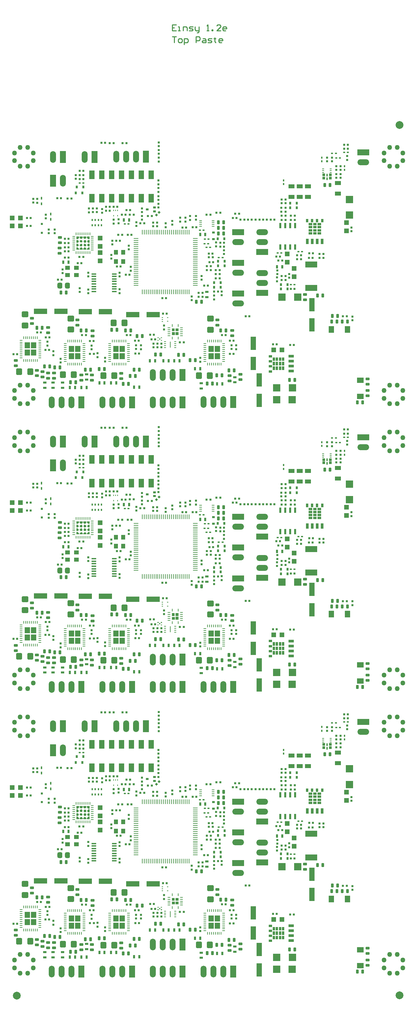
<source format=gtp>
G04*
G04 #@! TF.GenerationSoftware,Altium Limited,Altium Designer,21.0.8 (223)*
G04*
G04 Layer_Color=8421504*
%FSLAX24Y24*%
%MOIN*%
G70*
G04*
G04 #@! TF.SameCoordinates,7408405E-8583-44A1-A0F5-06007D302AFB*
G04*
G04*
G04 #@! TF.FilePolarity,Positive*
G04*
G01*
G75*
%ADD10C,0.0100*%
%ADD11O,0.1190X0.0590*%
%ADD12R,0.1190X0.0590*%
%ADD13R,0.0590X0.1190*%
%ADD14O,0.0590X0.1190*%
%ADD15R,0.0528X0.0618*%
%ADD16R,0.0138X0.0295*%
%ADD17R,0.0295X0.0256*%
G04:AMPARAMS|DCode=18|XSize=78.7mil|YSize=78.7mil|CornerRadius=39.4mil|HoleSize=0mil|Usage=FLASHONLY|Rotation=90.000|XOffset=0mil|YOffset=0mil|HoleType=Round|Shape=RoundedRectangle|*
%AMROUNDEDRECTD18*
21,1,0.0787,0.0000,0,0,90.0*
21,1,0.0000,0.0787,0,0,90.0*
1,1,0.0787,0.0000,0.0000*
1,1,0.0787,0.0000,0.0000*
1,1,0.0787,0.0000,0.0000*
1,1,0.0787,0.0000,0.0000*
%
%ADD18ROUNDEDRECTD18*%
%ADD19R,0.0649X0.0413*%
%ADD20R,0.0197X0.0177*%
%ADD21R,0.0177X0.0197*%
G04:AMPARAMS|DCode=22|XSize=20mil|YSize=22mil|CornerRadius=3.4mil|HoleSize=0mil|Usage=FLASHONLY|Rotation=90.000|XOffset=0mil|YOffset=0mil|HoleType=Round|Shape=RoundedRectangle|*
%AMROUNDEDRECTD22*
21,1,0.0200,0.0152,0,0,90.0*
21,1,0.0132,0.0220,0,0,90.0*
1,1,0.0068,0.0076,0.0066*
1,1,0.0068,0.0076,-0.0066*
1,1,0.0068,-0.0076,-0.0066*
1,1,0.0068,-0.0076,0.0066*
%
%ADD22ROUNDEDRECTD22*%
%ADD23R,0.0216X0.0086*%
G04:AMPARAMS|DCode=24|XSize=27.1mil|YSize=37.4mil|CornerRadius=4.8mil|HoleSize=0mil|Usage=FLASHONLY|Rotation=0.000|XOffset=0mil|YOffset=0mil|HoleType=Round|Shape=RoundedRectangle|*
%AMROUNDEDRECTD24*
21,1,0.0271,0.0277,0,0,0.0*
21,1,0.0175,0.0374,0,0,0.0*
1,1,0.0097,0.0087,-0.0139*
1,1,0.0097,-0.0087,-0.0139*
1,1,0.0097,-0.0087,0.0139*
1,1,0.0097,0.0087,0.0139*
%
%ADD24ROUNDEDRECTD24*%
%ADD25R,0.0244X0.0326*%
G04:AMPARAMS|DCode=26|XSize=20mil|YSize=22mil|CornerRadius=3.4mil|HoleSize=0mil|Usage=FLASHONLY|Rotation=180.000|XOffset=0mil|YOffset=0mil|HoleType=Round|Shape=RoundedRectangle|*
%AMROUNDEDRECTD26*
21,1,0.0200,0.0152,0,0,180.0*
21,1,0.0132,0.0220,0,0,180.0*
1,1,0.0068,-0.0066,0.0076*
1,1,0.0068,0.0066,0.0076*
1,1,0.0068,0.0066,-0.0076*
1,1,0.0068,-0.0066,-0.0076*
%
%ADD26ROUNDEDRECTD26*%
%ADD27R,0.0260X0.0540*%
%ADD28R,0.0540X0.0260*%
G04:AMPARAMS|DCode=29|XSize=20mil|YSize=22mil|CornerRadius=3.4mil|HoleSize=0mil|Usage=FLASHONLY|Rotation=225.000|XOffset=0mil|YOffset=0mil|HoleType=Round|Shape=RoundedRectangle|*
%AMROUNDEDRECTD29*
21,1,0.0200,0.0152,0,0,225.0*
21,1,0.0132,0.0220,0,0,225.0*
1,1,0.0068,-0.0100,0.0007*
1,1,0.0068,-0.0007,0.0100*
1,1,0.0068,0.0100,-0.0007*
1,1,0.0068,0.0007,-0.0100*
%
%ADD29ROUNDEDRECTD29*%
%ADD30R,0.0571X0.0897*%
%ADD31R,0.0295X0.0097*%
%ADD32R,0.0523X0.0689*%
%ADD33R,0.0180X0.0260*%
%ADD34R,0.0480X0.0130*%
%ADD35R,0.0770X0.0770*%
%ADD36R,0.1240X0.0610*%
G04:AMPARAMS|DCode=37|XSize=50mil|YSize=58mil|CornerRadius=12mil|HoleSize=0mil|Usage=FLASHONLY|Rotation=180.000|XOffset=0mil|YOffset=0mil|HoleType=Round|Shape=RoundedRectangle|*
%AMROUNDEDRECTD37*
21,1,0.0500,0.0340,0,0,180.0*
21,1,0.0260,0.0580,0,0,180.0*
1,1,0.0240,-0.0130,0.0170*
1,1,0.0240,0.0130,0.0170*
1,1,0.0240,0.0130,-0.0170*
1,1,0.0240,-0.0130,-0.0170*
%
%ADD37ROUNDEDRECTD37*%
%ADD38R,0.0500X0.0400*%
%ADD39R,0.0180X0.0240*%
G04:AMPARAMS|DCode=40|XSize=27.1mil|YSize=37.4mil|CornerRadius=4.8mil|HoleSize=0mil|Usage=FLASHONLY|Rotation=90.000|XOffset=0mil|YOffset=0mil|HoleType=Round|Shape=RoundedRectangle|*
%AMROUNDEDRECTD40*
21,1,0.0271,0.0277,0,0,90.0*
21,1,0.0175,0.0374,0,0,90.0*
1,1,0.0097,0.0139,0.0087*
1,1,0.0097,0.0139,-0.0087*
1,1,0.0097,-0.0139,-0.0087*
1,1,0.0097,-0.0139,0.0087*
%
%ADD40ROUNDEDRECTD40*%
%ADD41O,0.0078X0.0492*%
%ADD42O,0.0492X0.0078*%
%ADD43R,0.0220X0.0220*%
%ADD44C,0.0500*%
G04:AMPARAMS|DCode=45|XSize=61mil|YSize=69mil|CornerRadius=14.8mil|HoleSize=0mil|Usage=FLASHONLY|Rotation=90.000|XOffset=0mil|YOffset=0mil|HoleType=Round|Shape=RoundedRectangle|*
%AMROUNDEDRECTD45*
21,1,0.0610,0.0395,0,0,90.0*
21,1,0.0315,0.0690,0,0,90.0*
1,1,0.0295,0.0198,0.0158*
1,1,0.0295,0.0198,-0.0158*
1,1,0.0295,-0.0198,-0.0158*
1,1,0.0295,-0.0198,0.0158*
%
%ADD45ROUNDEDRECTD45*%
%ADD46R,0.1319X0.0531*%
%ADD47R,0.0220X0.0580*%
%ADD48R,0.0460X0.0460*%
%ADD49O,0.0078X0.0315*%
%ADD50O,0.0315X0.0078*%
G04:AMPARAMS|DCode=51|XSize=9mil|YSize=29.5mil|CornerRadius=3.4mil|HoleSize=0mil|Usage=FLASHONLY|Rotation=180.000|XOffset=0mil|YOffset=0mil|HoleType=Round|Shape=RoundedRectangle|*
%AMROUNDEDRECTD51*
21,1,0.0090,0.0227,0,0,180.0*
21,1,0.0022,0.0295,0,0,180.0*
1,1,0.0068,-0.0011,0.0113*
1,1,0.0068,0.0011,0.0113*
1,1,0.0068,0.0011,-0.0113*
1,1,0.0068,-0.0011,-0.0113*
%
%ADD51ROUNDEDRECTD51*%
G04:AMPARAMS|DCode=52|XSize=9mil|YSize=29.5mil|CornerRadius=3.4mil|HoleSize=0mil|Usage=FLASHONLY|Rotation=270.000|XOffset=0mil|YOffset=0mil|HoleType=Round|Shape=RoundedRectangle|*
%AMROUNDEDRECTD52*
21,1,0.0090,0.0227,0,0,270.0*
21,1,0.0022,0.0295,0,0,270.0*
1,1,0.0068,-0.0113,-0.0011*
1,1,0.0068,-0.0113,0.0011*
1,1,0.0068,0.0113,0.0011*
1,1,0.0068,0.0113,-0.0011*
%
%ADD52ROUNDEDRECTD52*%
%ADD53R,0.0216X0.0295*%
%ADD54R,0.0295X0.0197*%
%ADD55R,0.0197X0.0078*%
%ADD56R,0.0059X0.0610*%
%ADD57R,0.0157X0.0098*%
%ADD58O,0.0090X0.0295*%
%ADD59O,0.0295X0.0090*%
%ADD60P,0.0185X4X180.0*%
%ADD61R,0.0098X0.0157*%
%ADD62R,0.0326X0.0244*%
%ADD63R,0.0531X0.1319*%
G04:AMPARAMS|DCode=64|XSize=61mil|YSize=69mil|CornerRadius=14.8mil|HoleSize=0mil|Usage=FLASHONLY|Rotation=180.000|XOffset=0mil|YOffset=0mil|HoleType=Round|Shape=RoundedRectangle|*
%AMROUNDEDRECTD64*
21,1,0.0610,0.0395,0,0,180.0*
21,1,0.0315,0.0690,0,0,180.0*
1,1,0.0295,-0.0158,0.0198*
1,1,0.0295,0.0158,0.0198*
1,1,0.0295,0.0158,-0.0198*
1,1,0.0295,-0.0158,-0.0198*
%
%ADD64ROUNDEDRECTD64*%
%ADD65R,0.0460X0.0460*%
%ADD66R,0.0295X0.0216*%
%ADD67R,0.0770X0.0770*%
%ADD68R,0.0400X0.0500*%
%ADD69R,0.0689X0.0523*%
G36*
X44096Y88723D02*
X43860D01*
Y89078D01*
X44096D01*
Y88723D01*
D02*
G37*
G36*
X43584D02*
X43348D01*
Y89078D01*
X43584D01*
Y88723D01*
D02*
G37*
G36*
X43082D02*
X42846D01*
Y89078D01*
X43082D01*
Y88723D01*
D02*
G37*
G36*
X42570D02*
X42334D01*
Y89078D01*
X42570D01*
Y88723D01*
D02*
G37*
G36*
X43860Y88428D02*
X43505D01*
Y88664D01*
X43860D01*
Y88428D01*
D02*
G37*
G36*
X43407D02*
X43053D01*
Y88664D01*
X43407D01*
Y88428D01*
D02*
G37*
G36*
X42954D02*
X42600D01*
Y88664D01*
X42954D01*
Y88428D01*
D02*
G37*
G36*
X43860Y88123D02*
X43505D01*
Y88359D01*
X43860D01*
Y88123D01*
D02*
G37*
G36*
X43407D02*
X43053D01*
Y88359D01*
X43407D01*
Y88123D01*
D02*
G37*
G36*
X42954D02*
X42600D01*
Y88359D01*
X42954D01*
Y88123D01*
D02*
G37*
G36*
X43860Y87808D02*
X43505D01*
Y88044D01*
X43860D01*
Y87808D01*
D02*
G37*
G36*
X43407D02*
X43053D01*
Y88044D01*
X43407D01*
Y87808D01*
D02*
G37*
G36*
X42954D02*
X42600D01*
Y88044D01*
X42954D01*
Y87808D01*
D02*
G37*
G36*
X43860Y87503D02*
X43505D01*
Y87739D01*
X43860D01*
Y87503D01*
D02*
G37*
G36*
X43407D02*
X43053D01*
Y87739D01*
X43407D01*
Y87503D01*
D02*
G37*
G36*
X42954D02*
X42600D01*
Y87739D01*
X42954D01*
Y87503D01*
D02*
G37*
G36*
X20093Y87158D02*
X19994Y87061D01*
X19913D01*
X19818Y87154D01*
Y87287D01*
X20093D01*
Y87158D01*
D02*
G37*
G36*
X19719D02*
X19620Y87061D01*
X19539D01*
X19444Y87154D01*
Y87287D01*
X19719D01*
Y87158D01*
D02*
G37*
G36*
X20428Y87041D02*
X20310D01*
X20182Y87169D01*
Y87287D01*
X20428D01*
Y87041D01*
D02*
G37*
G36*
X19355Y87169D02*
X19227Y87041D01*
X19109D01*
Y87287D01*
X19355D01*
Y87169D01*
D02*
G37*
G36*
X19709Y86864D02*
Y86765D01*
X19631Y86687D01*
X19532D01*
X19444Y86775D01*
Y86854D01*
X19542Y86952D01*
X19621D01*
X19709Y86864D01*
D02*
G37*
G36*
X20428Y86677D02*
X20299D01*
X20202Y86776D01*
Y86858D01*
X20295Y86952D01*
X20428D01*
Y86677D01*
D02*
G37*
G36*
X20093Y86854D02*
Y86775D01*
X19995Y86677D01*
X19916D01*
X19828Y86765D01*
Y86864D01*
X19906Y86943D01*
X20005D01*
X20093Y86854D01*
D02*
G37*
G36*
X19335Y86854D02*
Y86765D01*
X19247Y86677D01*
X19109D01*
Y86952D01*
X19237D01*
X19335Y86854D01*
D02*
G37*
G36*
X19709Y86490D02*
Y86391D01*
X19631Y86313D01*
X19532D01*
X19444Y86401D01*
Y86480D01*
X19542Y86578D01*
X19621D01*
X19709Y86490D01*
D02*
G37*
G36*
X20428Y86303D02*
X20300D01*
X20202Y86401D01*
Y86490D01*
X20290Y86578D01*
X20428D01*
Y86303D01*
D02*
G37*
G36*
X20093Y86480D02*
Y86401D01*
X19995Y86303D01*
X19916D01*
X19828Y86391D01*
Y86490D01*
X19906Y86569D01*
X20005D01*
X20093Y86480D01*
D02*
G37*
G36*
X19335Y86479D02*
Y86398D01*
X19242Y86303D01*
X19109D01*
Y86578D01*
X19238D01*
X19335Y86479D01*
D02*
G37*
G36*
X20428Y85968D02*
X20182D01*
Y86086D01*
X20310Y86214D01*
X20428D01*
Y85968D01*
D02*
G37*
G36*
X20093Y86101D02*
Y85968D01*
X19818D01*
Y86097D01*
X19917Y86194D01*
X19999D01*
X20093Y86101D01*
D02*
G37*
G36*
X19719D02*
Y85968D01*
X19444D01*
Y86097D01*
X19543Y86194D01*
X19624D01*
X19719Y86101D01*
D02*
G37*
G36*
X19355Y86086D02*
Y85968D01*
X19109D01*
Y86214D01*
X19227D01*
X19355Y86086D01*
D02*
G37*
G36*
X29427Y77724D02*
X29139D01*
Y78008D01*
X29427D01*
Y77724D01*
D02*
G37*
G36*
X29049Y77720D02*
X28765D01*
Y78008D01*
X29049D01*
Y77720D01*
D02*
G37*
G36*
X29427Y77346D02*
X29143D01*
Y77634D01*
X29427D01*
Y77346D01*
D02*
G37*
G36*
X29053D02*
X28765D01*
Y77630D01*
X29053D01*
Y77346D01*
D02*
G37*
G36*
X27765Y77027D02*
X27673Y77027D01*
X27624Y77076D01*
X27624Y77110D01*
X27765D01*
Y77027D01*
D02*
G37*
G36*
X27438Y77076D02*
X27389Y77027D01*
X27297Y77027D01*
Y77110D01*
X27438D01*
X27438Y77076D01*
D02*
G37*
G36*
X27765Y76768D02*
X27624D01*
X27624Y76801D01*
X27673Y76850D01*
X27765Y76850D01*
Y76768D01*
D02*
G37*
G36*
X27389Y76850D02*
X27438Y76801D01*
X27438Y76768D01*
X27297D01*
Y76850D01*
X27389Y76850D01*
D02*
G37*
G36*
X38909Y75074D02*
X38554D01*
Y75310D01*
X38909D01*
Y75074D01*
D02*
G37*
G36*
X40129Y74720D02*
X39893D01*
Y75074D01*
X40129D01*
Y74720D01*
D02*
G37*
G36*
X39824D02*
X39588D01*
Y75074D01*
X39824D01*
Y74720D01*
D02*
G37*
G36*
X39509D02*
X39273D01*
Y75074D01*
X39509D01*
Y74720D01*
D02*
G37*
G36*
X39204D02*
X38968D01*
Y75074D01*
X39204D01*
Y74720D01*
D02*
G37*
G36*
X38909Y74562D02*
X38554D01*
Y74799D01*
X38909D01*
Y74562D01*
D02*
G37*
G36*
X40129Y74267D02*
X39893D01*
Y74622D01*
X40129D01*
Y74267D01*
D02*
G37*
G36*
X39824D02*
X39588D01*
Y74622D01*
X39824D01*
Y74267D01*
D02*
G37*
G36*
X39509D02*
X39273D01*
Y74622D01*
X39509D01*
Y74267D01*
D02*
G37*
G36*
X39204D02*
X38968D01*
Y74622D01*
X39204D01*
Y74267D01*
D02*
G37*
G36*
X38909Y74060D02*
X38554D01*
Y74297D01*
X38909D01*
Y74060D01*
D02*
G37*
G36*
X40129Y73814D02*
X39893D01*
Y74169D01*
X40129D01*
Y73814D01*
D02*
G37*
G36*
X39824D02*
X39588D01*
Y74169D01*
X39824D01*
Y73814D01*
D02*
G37*
G36*
X39509D02*
X39273D01*
Y74169D01*
X39509D01*
Y73814D01*
D02*
G37*
G36*
X39204D02*
X38968D01*
Y74169D01*
X39204D01*
Y73814D01*
D02*
G37*
G36*
X38909Y73549D02*
X38554D01*
Y73785D01*
X38909D01*
Y73549D01*
D02*
G37*
G36*
X44096Y59944D02*
X43860D01*
Y60298D01*
X44096D01*
Y59944D01*
D02*
G37*
G36*
X43584D02*
X43348D01*
Y60298D01*
X43584D01*
Y59944D01*
D02*
G37*
G36*
X43082D02*
X42846D01*
Y60298D01*
X43082D01*
Y59944D01*
D02*
G37*
G36*
X42570D02*
X42334D01*
Y60298D01*
X42570D01*
Y59944D01*
D02*
G37*
G36*
X43860Y59649D02*
X43505D01*
Y59885D01*
X43860D01*
Y59649D01*
D02*
G37*
G36*
X43407D02*
X43053D01*
Y59885D01*
X43407D01*
Y59649D01*
D02*
G37*
G36*
X42954D02*
X42600D01*
Y59885D01*
X42954D01*
Y59649D01*
D02*
G37*
G36*
X43860Y59343D02*
X43505D01*
Y59580D01*
X43860D01*
Y59343D01*
D02*
G37*
G36*
X43407D02*
X43053D01*
Y59580D01*
X43407D01*
Y59343D01*
D02*
G37*
G36*
X42954D02*
X42600D01*
Y59580D01*
X42954D01*
Y59343D01*
D02*
G37*
G36*
X43860Y59029D02*
X43505D01*
Y59265D01*
X43860D01*
Y59029D01*
D02*
G37*
G36*
X43407D02*
X43053D01*
Y59265D01*
X43407D01*
Y59029D01*
D02*
G37*
G36*
X42954D02*
X42600D01*
Y59265D01*
X42954D01*
Y59029D01*
D02*
G37*
G36*
X43860Y58723D02*
X43505D01*
Y58960D01*
X43860D01*
Y58723D01*
D02*
G37*
G36*
X43407D02*
X43053D01*
Y58960D01*
X43407D01*
Y58723D01*
D02*
G37*
G36*
X42954D02*
X42600D01*
Y58960D01*
X42954D01*
Y58723D01*
D02*
G37*
G36*
X20093Y58379D02*
X19994Y58281D01*
X19913D01*
X19818Y58374D01*
Y58507D01*
X20093D01*
Y58379D01*
D02*
G37*
G36*
X19719D02*
X19620Y58281D01*
X19539D01*
X19444Y58374D01*
Y58507D01*
X19719D01*
Y58379D01*
D02*
G37*
G36*
X20428Y58261D02*
X20310D01*
X20182Y58389D01*
Y58507D01*
X20428D01*
Y58261D01*
D02*
G37*
G36*
X19355Y58389D02*
X19227Y58261D01*
X19109D01*
Y58507D01*
X19355D01*
Y58389D01*
D02*
G37*
G36*
X19709Y58084D02*
Y57986D01*
X19631Y57907D01*
X19532D01*
X19444Y57996D01*
Y58074D01*
X19542Y58173D01*
X19621D01*
X19709Y58084D01*
D02*
G37*
G36*
X20428Y57897D02*
X20299D01*
X20202Y57996D01*
Y58078D01*
X20295Y58173D01*
X20428D01*
Y57897D01*
D02*
G37*
G36*
X20093Y58074D02*
Y57996D01*
X19995Y57897D01*
X19916D01*
X19828Y57986D01*
Y58084D01*
X19906Y58163D01*
X20005D01*
X20093Y58074D01*
D02*
G37*
G36*
X19335Y58074D02*
Y57986D01*
X19247Y57897D01*
X19109D01*
Y58173D01*
X19237D01*
X19335Y58074D01*
D02*
G37*
G36*
X19709Y57710D02*
Y57612D01*
X19631Y57533D01*
X19532D01*
X19444Y57622D01*
Y57700D01*
X19542Y57799D01*
X19621D01*
X19709Y57710D01*
D02*
G37*
G36*
X20428Y57523D02*
X20300D01*
X20202Y57622D01*
Y57710D01*
X20290Y57799D01*
X20428D01*
Y57523D01*
D02*
G37*
G36*
X20093Y57700D02*
Y57622D01*
X19995Y57523D01*
X19916D01*
X19828Y57612D01*
Y57710D01*
X19906Y57789D01*
X20005D01*
X20093Y57700D01*
D02*
G37*
G36*
X19335Y57700D02*
Y57618D01*
X19242Y57523D01*
X19109D01*
Y57799D01*
X19238D01*
X19335Y57700D01*
D02*
G37*
G36*
X20428Y57189D02*
X20182D01*
Y57307D01*
X20310Y57435D01*
X20428D01*
Y57189D01*
D02*
G37*
G36*
X20093Y57322D02*
Y57189D01*
X19818D01*
Y57317D01*
X19917Y57415D01*
X19999D01*
X20093Y57322D01*
D02*
G37*
G36*
X19719D02*
Y57189D01*
X19444D01*
Y57317D01*
X19543Y57415D01*
X19624D01*
X19719Y57322D01*
D02*
G37*
G36*
X19355Y57307D02*
Y57189D01*
X19109D01*
Y57435D01*
X19227D01*
X19355Y57307D01*
D02*
G37*
G36*
X29427Y48945D02*
X29139D01*
Y49228D01*
X29427D01*
Y48945D01*
D02*
G37*
G36*
X29049Y48941D02*
X28765D01*
Y49228D01*
X29049D01*
Y48941D01*
D02*
G37*
G36*
X29427Y48567D02*
X29143D01*
Y48854D01*
X29427D01*
Y48567D01*
D02*
G37*
G36*
X29053D02*
X28765D01*
Y48850D01*
X29053D01*
Y48567D01*
D02*
G37*
G36*
X27765Y48248D02*
X27673Y48248D01*
X27624Y48297D01*
X27624Y48330D01*
X27765D01*
Y48248D01*
D02*
G37*
G36*
X27438Y48297D02*
X27389Y48248D01*
X27297Y48248D01*
Y48330D01*
X27438D01*
X27438Y48297D01*
D02*
G37*
G36*
X27765Y47988D02*
X27624D01*
X27624Y48021D01*
X27673Y48070D01*
X27765Y48070D01*
Y47988D01*
D02*
G37*
G36*
X27389Y48070D02*
X27438Y48021D01*
X27438Y47988D01*
X27297D01*
Y48070D01*
X27389Y48070D01*
D02*
G37*
G36*
X38909Y46295D02*
X38554D01*
Y46531D01*
X38909D01*
Y46295D01*
D02*
G37*
G36*
X40129Y45940D02*
X39893D01*
Y46295D01*
X40129D01*
Y45940D01*
D02*
G37*
G36*
X39824D02*
X39588D01*
Y46295D01*
X39824D01*
Y45940D01*
D02*
G37*
G36*
X39509D02*
X39273D01*
Y46295D01*
X39509D01*
Y45940D01*
D02*
G37*
G36*
X39204D02*
X38968D01*
Y46295D01*
X39204D01*
Y45940D01*
D02*
G37*
G36*
X38909Y45783D02*
X38554D01*
Y46019D01*
X38909D01*
Y45783D01*
D02*
G37*
G36*
X40129Y45488D02*
X39893D01*
Y45842D01*
X40129D01*
Y45488D01*
D02*
G37*
G36*
X39824D02*
X39588D01*
Y45842D01*
X39824D01*
Y45488D01*
D02*
G37*
G36*
X39509D02*
X39273D01*
Y45842D01*
X39509D01*
Y45488D01*
D02*
G37*
G36*
X39204D02*
X38968D01*
Y45842D01*
X39204D01*
Y45488D01*
D02*
G37*
G36*
X38909Y45281D02*
X38554D01*
Y45517D01*
X38909D01*
Y45281D01*
D02*
G37*
G36*
X40129Y45035D02*
X39893D01*
Y45389D01*
X40129D01*
Y45035D01*
D02*
G37*
G36*
X39824D02*
X39588D01*
Y45389D01*
X39824D01*
Y45035D01*
D02*
G37*
G36*
X39509D02*
X39273D01*
Y45389D01*
X39509D01*
Y45035D01*
D02*
G37*
G36*
X39204D02*
X38968D01*
Y45389D01*
X39204D01*
Y45035D01*
D02*
G37*
G36*
X38909Y44769D02*
X38554D01*
Y45005D01*
X38909D01*
Y44769D01*
D02*
G37*
G36*
X44096Y31164D02*
X43860D01*
Y31519D01*
X44096D01*
Y31164D01*
D02*
G37*
G36*
X43584D02*
X43348D01*
Y31519D01*
X43584D01*
Y31164D01*
D02*
G37*
G36*
X43082D02*
X42846D01*
Y31519D01*
X43082D01*
Y31164D01*
D02*
G37*
G36*
X42570D02*
X42334D01*
Y31519D01*
X42570D01*
Y31164D01*
D02*
G37*
G36*
X43860Y30869D02*
X43505D01*
Y31105D01*
X43860D01*
Y30869D01*
D02*
G37*
G36*
X43407D02*
X43053D01*
Y31105D01*
X43407D01*
Y30869D01*
D02*
G37*
G36*
X42954D02*
X42600D01*
Y31105D01*
X42954D01*
Y30869D01*
D02*
G37*
G36*
X43860Y30564D02*
X43505D01*
Y30800D01*
X43860D01*
Y30564D01*
D02*
G37*
G36*
X43407D02*
X43053D01*
Y30800D01*
X43407D01*
Y30564D01*
D02*
G37*
G36*
X42954D02*
X42600D01*
Y30800D01*
X42954D01*
Y30564D01*
D02*
G37*
G36*
X43860Y30249D02*
X43505D01*
Y30485D01*
X43860D01*
Y30249D01*
D02*
G37*
G36*
X43407D02*
X43053D01*
Y30485D01*
X43407D01*
Y30249D01*
D02*
G37*
G36*
X42954D02*
X42600D01*
Y30485D01*
X42954D01*
Y30249D01*
D02*
G37*
G36*
X43860Y29944D02*
X43505D01*
Y30180D01*
X43860D01*
Y29944D01*
D02*
G37*
G36*
X43407D02*
X43053D01*
Y30180D01*
X43407D01*
Y29944D01*
D02*
G37*
G36*
X42954D02*
X42600D01*
Y30180D01*
X42954D01*
Y29944D01*
D02*
G37*
G36*
X20093Y29599D02*
X19994Y29502D01*
X19913D01*
X19818Y29595D01*
Y29728D01*
X20093D01*
Y29599D01*
D02*
G37*
G36*
X19719D02*
X19620Y29502D01*
X19539D01*
X19444Y29595D01*
Y29728D01*
X19719D01*
Y29599D01*
D02*
G37*
G36*
X20428Y29482D02*
X20310D01*
X20182Y29610D01*
Y29728D01*
X20428D01*
Y29482D01*
D02*
G37*
G36*
X19355Y29610D02*
X19227Y29482D01*
X19109D01*
Y29728D01*
X19355D01*
Y29610D01*
D02*
G37*
G36*
X19709Y29305D02*
Y29206D01*
X19631Y29128D01*
X19532D01*
X19444Y29216D01*
Y29295D01*
X19542Y29393D01*
X19621D01*
X19709Y29305D01*
D02*
G37*
G36*
X20428Y29118D02*
X20299D01*
X20202Y29217D01*
Y29299D01*
X20295Y29393D01*
X20428D01*
Y29118D01*
D02*
G37*
G36*
X20093Y29295D02*
Y29216D01*
X19995Y29118D01*
X19916D01*
X19828Y29206D01*
Y29305D01*
X19906Y29383D01*
X20005D01*
X20093Y29295D01*
D02*
G37*
G36*
X19335Y29295D02*
Y29206D01*
X19247Y29118D01*
X19109D01*
Y29393D01*
X19237D01*
X19335Y29295D01*
D02*
G37*
G36*
X19709Y28931D02*
Y28832D01*
X19631Y28754D01*
X19532D01*
X19444Y28842D01*
Y28921D01*
X19542Y29019D01*
X19621D01*
X19709Y28931D01*
D02*
G37*
G36*
X20428Y28744D02*
X20300D01*
X20202Y28842D01*
Y28931D01*
X20290Y29019D01*
X20428D01*
Y28744D01*
D02*
G37*
G36*
X20093Y28921D02*
Y28842D01*
X19995Y28744D01*
X19916D01*
X19828Y28832D01*
Y28931D01*
X19906Y29009D01*
X20005D01*
X20093Y28921D01*
D02*
G37*
G36*
X19335Y28920D02*
Y28839D01*
X19242Y28744D01*
X19109D01*
Y29019D01*
X19238D01*
X19335Y28920D01*
D02*
G37*
G36*
X20428Y28409D02*
X20182D01*
Y28527D01*
X20310Y28655D01*
X20428D01*
Y28409D01*
D02*
G37*
G36*
X20093Y28542D02*
Y28409D01*
X19818D01*
Y28538D01*
X19917Y28635D01*
X19999D01*
X20093Y28542D01*
D02*
G37*
G36*
X19719D02*
Y28409D01*
X19444D01*
Y28538D01*
X19543Y28635D01*
X19624D01*
X19719Y28542D01*
D02*
G37*
G36*
X19355Y28527D02*
Y28409D01*
X19109D01*
Y28655D01*
X19227D01*
X19355Y28527D01*
D02*
G37*
G36*
X29427Y20165D02*
X29139D01*
Y20449D01*
X29427D01*
Y20165D01*
D02*
G37*
G36*
X29049Y20161D02*
X28765D01*
Y20449D01*
X29049D01*
Y20161D01*
D02*
G37*
G36*
X29427Y19787D02*
X29143D01*
Y20074D01*
X29427D01*
Y19787D01*
D02*
G37*
G36*
X29053D02*
X28765D01*
Y20071D01*
X29053D01*
Y19787D01*
D02*
G37*
G36*
X27765Y19468D02*
X27673Y19468D01*
X27624Y19517D01*
X27624Y19551D01*
X27765D01*
Y19468D01*
D02*
G37*
G36*
X27438Y19517D02*
X27389Y19468D01*
X27297Y19468D01*
Y19551D01*
X27438D01*
X27438Y19517D01*
D02*
G37*
G36*
X27765Y19209D02*
X27624D01*
X27624Y19242D01*
X27673Y19291D01*
X27765Y19291D01*
Y19209D01*
D02*
G37*
G36*
X27389Y19291D02*
X27438Y19242D01*
X27438Y19209D01*
X27297D01*
Y19291D01*
X27389Y19291D01*
D02*
G37*
G36*
X38909Y17515D02*
X38554D01*
Y17751D01*
X38909D01*
Y17515D01*
D02*
G37*
G36*
X40129Y17161D02*
X39893D01*
Y17515D01*
X40129D01*
Y17161D01*
D02*
G37*
G36*
X39824D02*
X39588D01*
Y17515D01*
X39824D01*
Y17161D01*
D02*
G37*
G36*
X39509D02*
X39273D01*
Y17515D01*
X39509D01*
Y17161D01*
D02*
G37*
G36*
X39204D02*
X38968D01*
Y17515D01*
X39204D01*
Y17161D01*
D02*
G37*
G36*
X38909Y17003D02*
X38554D01*
Y17240D01*
X38909D01*
Y17003D01*
D02*
G37*
G36*
X40129Y16708D02*
X39893D01*
Y17062D01*
X40129D01*
Y16708D01*
D02*
G37*
G36*
X39824D02*
X39588D01*
Y17062D01*
X39824D01*
Y16708D01*
D02*
G37*
G36*
X39509D02*
X39273D01*
Y17062D01*
X39509D01*
Y16708D01*
D02*
G37*
G36*
X39204D02*
X38968D01*
Y17062D01*
X39204D01*
Y16708D01*
D02*
G37*
G36*
X38909Y16501D02*
X38554D01*
Y16738D01*
X38909D01*
Y16501D01*
D02*
G37*
G36*
X40129Y16255D02*
X39893D01*
Y16610D01*
X40129D01*
Y16255D01*
D02*
G37*
G36*
X39824D02*
X39588D01*
Y16610D01*
X39824D01*
Y16255D01*
D02*
G37*
G36*
X39509D02*
X39273D01*
Y16610D01*
X39509D01*
Y16255D01*
D02*
G37*
G36*
X39204D02*
X38968D01*
Y16610D01*
X39204D01*
Y16255D01*
D02*
G37*
G36*
X38909Y15990D02*
X38554D01*
Y16226D01*
X38909D01*
Y15990D01*
D02*
G37*
G54D10*
X28800Y107500D02*
X29200D01*
X29000D01*
Y106900D01*
X29500D02*
X29700D01*
X29800Y107000D01*
Y107200D01*
X29700Y107300D01*
X29500D01*
X29400Y107200D01*
Y107000D01*
X29500Y106900D01*
X30000Y106700D02*
Y107300D01*
X30300D01*
X30399Y107200D01*
Y107000D01*
X30300Y106900D01*
X30000D01*
X31199D02*
Y107500D01*
X31499D01*
X31599Y107400D01*
Y107200D01*
X31499Y107100D01*
X31199D01*
X31899Y107300D02*
X32099D01*
X32199Y107200D01*
Y106900D01*
X31899D01*
X31799Y107000D01*
X31899Y107100D01*
X32199D01*
X32399Y106900D02*
X32699D01*
X32799Y107000D01*
X32699Y107100D01*
X32499D01*
X32399Y107200D01*
X32499Y107300D01*
X32799D01*
X33099Y107400D02*
Y107300D01*
X32999D01*
X33199D01*
X33099D01*
Y107000D01*
X33199Y106900D01*
X33798D02*
X33598D01*
X33498Y107000D01*
Y107200D01*
X33598Y107300D01*
X33798D01*
X33898Y107200D01*
Y107100D01*
X33498D01*
X29200Y108700D02*
X28800D01*
Y108100D01*
X29200D01*
X28800Y108400D02*
X29000D01*
X29400Y108100D02*
X29600D01*
X29500D01*
Y108500D01*
X29400D01*
X29900Y108100D02*
Y108500D01*
X30200D01*
X30300Y108400D01*
Y108100D01*
X30499D02*
X30799D01*
X30899Y108200D01*
X30799Y108300D01*
X30599D01*
X30499Y108400D01*
X30599Y108500D01*
X30899D01*
X31099D02*
Y108200D01*
X31199Y108100D01*
X31499D01*
Y108000D01*
X31399Y107900D01*
X31299D01*
X31499Y108100D02*
Y108500D01*
X32299Y108100D02*
X32499D01*
X32399D01*
Y108700D01*
X32299Y108600D01*
X32799Y108100D02*
Y108200D01*
X32899D01*
Y108100D01*
X32799D01*
X33698D02*
X33299D01*
X33698Y108500D01*
Y108600D01*
X33598Y108700D01*
X33399D01*
X33299Y108600D01*
X34198Y108100D02*
X33998D01*
X33898Y108200D01*
Y108400D01*
X33998Y108500D01*
X34198D01*
X34298Y108400D01*
Y108300D01*
X33898D01*
G54D11*
X37898Y26038D02*
D03*
Y25038D02*
D03*
X35472Y29185D02*
D03*
Y26075D02*
D03*
Y22965D02*
D03*
X48119Y37229D02*
D03*
X37908Y29179D02*
D03*
Y30178D02*
D03*
X37898Y54818D02*
D03*
Y53818D02*
D03*
X35472Y57965D02*
D03*
Y54854D02*
D03*
Y51744D02*
D03*
X48119Y66008D02*
D03*
X37908Y57958D02*
D03*
Y58958D02*
D03*
X37898Y83598D02*
D03*
Y82598D02*
D03*
X35472Y86744D02*
D03*
Y83634D02*
D03*
Y80524D02*
D03*
X48119Y94788D02*
D03*
X37908Y86738D02*
D03*
Y87738D02*
D03*
G54D12*
X37898Y24039D02*
D03*
X35472Y30185D02*
D03*
Y27075D02*
D03*
Y23965D02*
D03*
X48119Y38228D02*
D03*
X37908Y28179D02*
D03*
X37898Y52818D02*
D03*
X35472Y58965D02*
D03*
Y55854D02*
D03*
Y52744D02*
D03*
X48119Y67008D02*
D03*
X37908Y56958D02*
D03*
X37898Y81598D02*
D03*
X35472Y87744D02*
D03*
Y84634D02*
D03*
Y81524D02*
D03*
X48119Y95788D02*
D03*
X37908Y85738D02*
D03*
G54D13*
X20951Y37791D02*
D03*
X26131Y37795D02*
D03*
X19611Y12991D02*
D03*
X24729D02*
D03*
X29847Y15747D02*
D03*
Y12991D02*
D03*
X34969Y12995D02*
D03*
X16741Y35381D02*
D03*
X17741Y37791D02*
D03*
X20951Y66571D02*
D03*
X26131Y66575D02*
D03*
X19611Y41771D02*
D03*
X24729D02*
D03*
X29847Y44526D02*
D03*
Y41771D02*
D03*
X34969Y41774D02*
D03*
X16741Y64161D02*
D03*
X17741Y66571D02*
D03*
X20951Y95350D02*
D03*
X26131Y95354D02*
D03*
X19611Y70550D02*
D03*
X24729D02*
D03*
X29847Y73306D02*
D03*
Y70550D02*
D03*
X34969Y70554D02*
D03*
X16741Y92940D02*
D03*
X17741Y95350D02*
D03*
G54D14*
X19951Y37791D02*
D03*
X23131Y37795D02*
D03*
X24131D02*
D03*
X25131D02*
D03*
X18611Y12991D02*
D03*
X17611D02*
D03*
X16611D02*
D03*
X23729D02*
D03*
X22729D02*
D03*
X21729D02*
D03*
X28847Y15747D02*
D03*
X27847D02*
D03*
X26847D02*
D03*
X28847Y12991D02*
D03*
X27847D02*
D03*
X26847D02*
D03*
X33969Y12995D02*
D03*
X32969D02*
D03*
X31969D02*
D03*
X17741Y35381D02*
D03*
X16741Y37791D02*
D03*
X19951Y66571D02*
D03*
X23131Y66575D02*
D03*
X24131D02*
D03*
X25131D02*
D03*
X18611Y41771D02*
D03*
X17611D02*
D03*
X16611D02*
D03*
X23729D02*
D03*
X22729D02*
D03*
X21729D02*
D03*
X28847Y44526D02*
D03*
X27847D02*
D03*
X26847D02*
D03*
X28847Y41771D02*
D03*
X27847D02*
D03*
X26847D02*
D03*
X33969Y41774D02*
D03*
X32969D02*
D03*
X31969D02*
D03*
X17741Y64161D02*
D03*
X16741Y66571D02*
D03*
X19951Y95350D02*
D03*
X23131Y95354D02*
D03*
X24131D02*
D03*
X25131D02*
D03*
X18611Y70550D02*
D03*
X17611D02*
D03*
X16611D02*
D03*
X23729D02*
D03*
X22729D02*
D03*
X21729D02*
D03*
X28847Y73306D02*
D03*
X27847D02*
D03*
X26847D02*
D03*
X28847Y70550D02*
D03*
X27847D02*
D03*
X26847D02*
D03*
X33969Y70554D02*
D03*
X32969D02*
D03*
X31969D02*
D03*
X17741Y92940D02*
D03*
X16741Y95350D02*
D03*
G54D15*
X32735Y17641D02*
D03*
X33381Y18377D02*
D03*
X32736Y18377D02*
D03*
X33381Y17641D02*
D03*
X14768Y18001D02*
D03*
X14122Y18737D02*
D03*
X14768Y18737D02*
D03*
X14122Y18001D02*
D03*
X19241Y17641D02*
D03*
X18596Y18377D02*
D03*
X19241Y18377D02*
D03*
X18595Y17641D02*
D03*
X23741Y17641D02*
D03*
X23096Y18377D02*
D03*
X23741Y18377D02*
D03*
X23095Y17641D02*
D03*
X32735Y46420D02*
D03*
X33381Y47157D02*
D03*
X32736Y47157D02*
D03*
X33381Y46420D02*
D03*
X14768Y46780D02*
D03*
X14122Y47517D02*
D03*
X14768Y47517D02*
D03*
X14122Y46780D02*
D03*
X19241Y46420D02*
D03*
X18596Y47157D02*
D03*
X19241Y47157D02*
D03*
X18595Y46420D02*
D03*
X23741Y46420D02*
D03*
X23096Y47157D02*
D03*
X23741Y47157D02*
D03*
X23095Y46420D02*
D03*
X32735Y75200D02*
D03*
X33381Y75937D02*
D03*
X32736Y75936D02*
D03*
X33381Y75200D02*
D03*
X14768Y75560D02*
D03*
X14122Y76296D02*
D03*
X14768Y76297D02*
D03*
X14122Y75560D02*
D03*
X19241Y75200D02*
D03*
X18596Y75936D02*
D03*
X19241Y75937D02*
D03*
X18595Y75200D02*
D03*
X23741Y75200D02*
D03*
X23096Y75936D02*
D03*
X23741Y75937D02*
D03*
X23095Y75200D02*
D03*
G54D16*
X44459Y35941D02*
D03*
X44459Y35577D02*
D03*
X44459Y64721D02*
D03*
X44459Y64357D02*
D03*
X44459Y93500D02*
D03*
X44459Y93136D02*
D03*
G54D17*
X44125Y35646D02*
D03*
Y35961D02*
D03*
X44794Y35646D02*
D03*
Y35961D02*
D03*
X44125Y64425D02*
D03*
Y64740D02*
D03*
X44794Y64425D02*
D03*
Y64740D02*
D03*
X44125Y93205D02*
D03*
Y93520D02*
D03*
X44794Y93205D02*
D03*
Y93520D02*
D03*
G54D18*
X51800Y98572D02*
D03*
Y10600D02*
D03*
X13061Y10561D02*
D03*
G54D19*
X45559Y35130D02*
D03*
Y34067D02*
D03*
X40869Y34820D02*
D03*
Y33757D02*
D03*
X41689Y34820D02*
D03*
Y33757D02*
D03*
X42529Y34820D02*
D03*
Y33757D02*
D03*
X45559Y63909D02*
D03*
Y62846D02*
D03*
X40869Y63599D02*
D03*
Y62536D02*
D03*
X41689Y63599D02*
D03*
Y62536D02*
D03*
X42529Y63599D02*
D03*
Y62536D02*
D03*
X45559Y92689D02*
D03*
Y91626D02*
D03*
X40869Y92379D02*
D03*
Y91316D02*
D03*
X41689Y92379D02*
D03*
Y91316D02*
D03*
X42529Y92379D02*
D03*
Y91316D02*
D03*
G54D20*
X45782Y37684D02*
D03*
X45405D02*
D03*
X45352Y38151D02*
D03*
X44975D02*
D03*
X31586Y30379D02*
D03*
X31960D02*
D03*
X32069Y29024D02*
D03*
X32446D02*
D03*
X32092Y29490D02*
D03*
X32469D02*
D03*
X41175Y24878D02*
D03*
X40799D02*
D03*
X33887Y27618D02*
D03*
X33510D02*
D03*
X32254Y28630D02*
D03*
X32631D02*
D03*
X19808Y35151D02*
D03*
X19434D02*
D03*
X24002Y31014D02*
D03*
X24376D02*
D03*
X41574Y28201D02*
D03*
X41951D02*
D03*
X39838Y28091D02*
D03*
X39464D02*
D03*
X46572Y38232D02*
D03*
X46198D02*
D03*
X45782Y66464D02*
D03*
X45405D02*
D03*
X45352Y66930D02*
D03*
X44975D02*
D03*
X31586Y59158D02*
D03*
X31960D02*
D03*
X32069Y57803D02*
D03*
X32446D02*
D03*
X32092Y58270D02*
D03*
X32469D02*
D03*
X41175Y53658D02*
D03*
X40799D02*
D03*
X33887Y56397D02*
D03*
X33510D02*
D03*
X32254Y57409D02*
D03*
X32631D02*
D03*
X19808Y63931D02*
D03*
X19434D02*
D03*
X24002Y59793D02*
D03*
X24376D02*
D03*
X41574Y56981D02*
D03*
X41951D02*
D03*
X39838Y56871D02*
D03*
X39464D02*
D03*
X46572Y67011D02*
D03*
X46198D02*
D03*
X45782Y95243D02*
D03*
X45405D02*
D03*
X45352Y95710D02*
D03*
X44975D02*
D03*
X31586Y87938D02*
D03*
X31960D02*
D03*
X32069Y86583D02*
D03*
X32446D02*
D03*
X32092Y87049D02*
D03*
X32469D02*
D03*
X41175Y82438D02*
D03*
X40799D02*
D03*
X33887Y85177D02*
D03*
X33510D02*
D03*
X32254Y86189D02*
D03*
X32631D02*
D03*
X19808Y92710D02*
D03*
X19434D02*
D03*
X24002Y88573D02*
D03*
X24376D02*
D03*
X41574Y85760D02*
D03*
X41951D02*
D03*
X39838Y85650D02*
D03*
X39464D02*
D03*
X46572Y95791D02*
D03*
X46198D02*
D03*
G54D21*
X40060Y35414D02*
D03*
Y35037D02*
D03*
X43949Y37344D02*
D03*
Y37721D02*
D03*
X46219Y36845D02*
D03*
Y36468D02*
D03*
X40060Y64194D02*
D03*
Y63817D02*
D03*
X43949Y66123D02*
D03*
Y66500D02*
D03*
X46219Y65625D02*
D03*
Y65248D02*
D03*
X40060Y92973D02*
D03*
Y92596D02*
D03*
X43949Y94903D02*
D03*
Y95280D02*
D03*
X46219Y94404D02*
D03*
Y94027D02*
D03*
G54D22*
X45819Y36468D02*
D03*
Y36847D02*
D03*
X44965Y37719D02*
D03*
Y37340D02*
D03*
X45399Y36847D02*
D03*
Y36468D02*
D03*
X44469Y37719D02*
D03*
Y37340D02*
D03*
X45399Y35678D02*
D03*
Y36057D02*
D03*
X45819Y35678D02*
D03*
Y36057D02*
D03*
X31215Y31807D02*
D03*
Y31428D02*
D03*
X21171Y32568D02*
D03*
Y32194D02*
D03*
X20761Y32568D02*
D03*
Y32194D02*
D03*
X27718Y18553D02*
D03*
Y18927D02*
D03*
X27315Y18553D02*
D03*
Y18927D02*
D03*
X26911Y18553D02*
D03*
Y18927D02*
D03*
X23368Y31088D02*
D03*
Y31462D02*
D03*
X39421Y25939D02*
D03*
Y26313D02*
D03*
X16179Y19095D02*
D03*
Y18721D02*
D03*
X20295Y26093D02*
D03*
Y25719D02*
D03*
X23474Y26077D02*
D03*
Y25703D02*
D03*
X23484Y24025D02*
D03*
Y24399D02*
D03*
X20305Y23996D02*
D03*
Y24370D02*
D03*
X21999Y17112D02*
D03*
Y17486D02*
D03*
X16314Y30082D02*
D03*
Y30456D02*
D03*
X22649Y27875D02*
D03*
Y27501D02*
D03*
X17488Y17002D02*
D03*
Y17376D02*
D03*
X28799Y30943D02*
D03*
Y31317D02*
D03*
X20639Y18726D02*
D03*
Y18352D02*
D03*
X25139Y18736D02*
D03*
Y18362D02*
D03*
X27429Y38095D02*
D03*
Y38469D02*
D03*
X40254Y33479D02*
D03*
Y33105D02*
D03*
X31639Y17091D02*
D03*
Y17465D02*
D03*
X34789Y18736D02*
D03*
Y18362D02*
D03*
X30763Y23689D02*
D03*
Y23315D02*
D03*
X17699Y26031D02*
D03*
Y26405D02*
D03*
X22732Y28931D02*
D03*
Y29305D02*
D03*
X24409Y28825D02*
D03*
Y28451D02*
D03*
X31769Y25384D02*
D03*
Y25758D02*
D03*
X14739Y33535D02*
D03*
Y33161D02*
D03*
X47041Y21651D02*
D03*
Y21272D02*
D03*
X21711Y32521D02*
D03*
Y32142D02*
D03*
X20361Y32571D02*
D03*
Y32192D02*
D03*
X16914Y30079D02*
D03*
Y30458D02*
D03*
X19021Y35581D02*
D03*
Y35960D02*
D03*
X46511Y37867D02*
D03*
Y37488D02*
D03*
X28130Y31068D02*
D03*
Y30689D02*
D03*
X19421Y24131D02*
D03*
Y24510D02*
D03*
X46941Y30641D02*
D03*
Y30262D02*
D03*
X15998Y31950D02*
D03*
Y31571D02*
D03*
X15149Y33159D02*
D03*
Y33537D02*
D03*
X39854Y33102D02*
D03*
Y33481D02*
D03*
X26881Y30774D02*
D03*
Y31153D02*
D03*
X39849Y32257D02*
D03*
Y32636D02*
D03*
X40259D02*
D03*
Y32257D02*
D03*
X22876Y31430D02*
D03*
Y31051D02*
D03*
X35268Y18738D02*
D03*
Y18360D02*
D03*
X16759Y18128D02*
D03*
Y17750D02*
D03*
X25619Y18738D02*
D03*
Y18360D02*
D03*
X21249Y17929D02*
D03*
Y17550D02*
D03*
X29599Y31628D02*
D03*
Y31250D02*
D03*
X30143Y31639D02*
D03*
Y31260D02*
D03*
X30615Y31804D02*
D03*
Y31425D02*
D03*
X27285Y30774D02*
D03*
Y31153D02*
D03*
X43701Y27591D02*
D03*
Y27970D02*
D03*
X44111Y27591D02*
D03*
Y27970D02*
D03*
X40638Y25578D02*
D03*
Y25957D02*
D03*
X27405Y33444D02*
D03*
Y33823D02*
D03*
Y35402D02*
D03*
Y35023D02*
D03*
X27413Y34635D02*
D03*
Y34256D02*
D03*
X25744Y31824D02*
D03*
Y31445D02*
D03*
Y32591D02*
D03*
Y32212D02*
D03*
X25157Y31190D02*
D03*
Y30811D02*
D03*
X27429Y37698D02*
D03*
Y37319D02*
D03*
X27421Y38869D02*
D03*
Y39248D02*
D03*
X33609Y26328D02*
D03*
Y25950D02*
D03*
X33198Y26328D02*
D03*
Y25950D02*
D03*
X33038Y23389D02*
D03*
Y23767D02*
D03*
X33238Y28749D02*
D03*
Y29127D02*
D03*
X39395Y25227D02*
D03*
Y25606D02*
D03*
X34025Y27963D02*
D03*
Y28342D02*
D03*
X33795Y24174D02*
D03*
Y23795D02*
D03*
X24588Y26282D02*
D03*
Y26661D02*
D03*
X27403Y32674D02*
D03*
Y33053D02*
D03*
X27974Y20351D02*
D03*
Y20730D02*
D03*
X45819Y65248D02*
D03*
Y65627D02*
D03*
X44965Y66498D02*
D03*
Y66119D02*
D03*
X45399Y65627D02*
D03*
Y65248D02*
D03*
X44469Y66498D02*
D03*
Y66119D02*
D03*
X45399Y64458D02*
D03*
Y64837D02*
D03*
X45819Y64458D02*
D03*
Y64837D02*
D03*
X31215Y60587D02*
D03*
Y60208D02*
D03*
X21171Y61348D02*
D03*
Y60974D02*
D03*
X20761Y61348D02*
D03*
Y60974D02*
D03*
X27718Y47332D02*
D03*
Y47706D02*
D03*
X27315Y47332D02*
D03*
Y47706D02*
D03*
X26911Y47332D02*
D03*
Y47706D02*
D03*
X23368Y59868D02*
D03*
Y60242D02*
D03*
X39421Y54718D02*
D03*
Y55092D02*
D03*
X16179Y47875D02*
D03*
Y47501D02*
D03*
X20295Y54872D02*
D03*
Y54498D02*
D03*
X23474Y54856D02*
D03*
Y54482D02*
D03*
X23484Y52804D02*
D03*
Y53179D02*
D03*
X20305Y52776D02*
D03*
Y53150D02*
D03*
X21999Y45891D02*
D03*
Y46265D02*
D03*
X16314Y58861D02*
D03*
Y59235D02*
D03*
X22649Y56655D02*
D03*
Y56281D02*
D03*
X17488Y45781D02*
D03*
Y46155D02*
D03*
X28799Y59722D02*
D03*
Y60096D02*
D03*
X20639Y47505D02*
D03*
Y47131D02*
D03*
X25139Y47515D02*
D03*
Y47141D02*
D03*
X27429Y66875D02*
D03*
Y67249D02*
D03*
X40254Y62259D02*
D03*
Y61884D02*
D03*
X31639Y45871D02*
D03*
Y46245D02*
D03*
X34789Y47515D02*
D03*
Y47141D02*
D03*
X30763Y52468D02*
D03*
Y52094D02*
D03*
X17699Y54811D02*
D03*
Y55185D02*
D03*
X22732Y57710D02*
D03*
Y58084D02*
D03*
X24409Y57604D02*
D03*
Y57230D02*
D03*
X31769Y54164D02*
D03*
Y54538D02*
D03*
X14739Y62315D02*
D03*
Y61941D02*
D03*
X47041Y50431D02*
D03*
Y50052D02*
D03*
X21711Y61301D02*
D03*
Y60922D02*
D03*
X20361Y61351D02*
D03*
Y60972D02*
D03*
X16914Y58858D02*
D03*
Y59237D02*
D03*
X19021Y64361D02*
D03*
Y64740D02*
D03*
X46511Y66646D02*
D03*
Y66267D02*
D03*
X28130Y59847D02*
D03*
Y59468D02*
D03*
X19421Y52911D02*
D03*
Y53290D02*
D03*
X46941Y59421D02*
D03*
Y59042D02*
D03*
X15998Y60729D02*
D03*
Y60350D02*
D03*
X15149Y61938D02*
D03*
Y62317D02*
D03*
X39854Y61881D02*
D03*
Y62260D02*
D03*
X26881Y59554D02*
D03*
Y59933D02*
D03*
X39849Y61036D02*
D03*
Y61415D02*
D03*
X40259D02*
D03*
Y61036D02*
D03*
X22876Y60209D02*
D03*
Y59830D02*
D03*
X35268Y47518D02*
D03*
Y47139D02*
D03*
X16759Y46908D02*
D03*
Y46529D02*
D03*
X25619Y47518D02*
D03*
Y47139D02*
D03*
X21249Y46708D02*
D03*
Y46329D02*
D03*
X29599Y60408D02*
D03*
Y60029D02*
D03*
X30143Y60418D02*
D03*
Y60039D02*
D03*
X30615Y60583D02*
D03*
Y60204D02*
D03*
X27285Y59554D02*
D03*
Y59933D02*
D03*
X43701Y56371D02*
D03*
Y56750D02*
D03*
X44111Y56371D02*
D03*
Y56750D02*
D03*
X40638Y54358D02*
D03*
Y54737D02*
D03*
X27405Y62223D02*
D03*
Y62602D02*
D03*
Y64182D02*
D03*
Y63803D02*
D03*
X27413Y63414D02*
D03*
Y63035D02*
D03*
X25744Y60603D02*
D03*
Y60224D02*
D03*
Y61371D02*
D03*
Y60992D02*
D03*
X25157Y59969D02*
D03*
Y59590D02*
D03*
X27429Y66477D02*
D03*
Y66098D02*
D03*
X27421Y67648D02*
D03*
Y68027D02*
D03*
X33609Y55108D02*
D03*
Y54729D02*
D03*
X33198Y55108D02*
D03*
Y54729D02*
D03*
X33038Y52168D02*
D03*
Y52547D02*
D03*
X33238Y57528D02*
D03*
Y57907D02*
D03*
X39395Y54007D02*
D03*
Y54386D02*
D03*
X34025Y56743D02*
D03*
Y57122D02*
D03*
X33795Y52953D02*
D03*
Y52574D02*
D03*
X24588Y55062D02*
D03*
Y55441D02*
D03*
X27403Y61453D02*
D03*
Y61832D02*
D03*
X27974Y49131D02*
D03*
Y49510D02*
D03*
X45819Y94027D02*
D03*
Y94406D02*
D03*
X44965Y95278D02*
D03*
Y94899D02*
D03*
X45399Y94406D02*
D03*
Y94027D02*
D03*
X44469Y95278D02*
D03*
Y94899D02*
D03*
X45399Y93237D02*
D03*
Y93616D02*
D03*
X45819Y93237D02*
D03*
Y93616D02*
D03*
X31215Y89366D02*
D03*
Y88987D02*
D03*
X21171Y90127D02*
D03*
Y89753D02*
D03*
X20761Y90127D02*
D03*
Y89753D02*
D03*
X27718Y76112D02*
D03*
Y76486D02*
D03*
X27315Y76112D02*
D03*
Y76486D02*
D03*
X26911Y76112D02*
D03*
Y76486D02*
D03*
X23368Y88647D02*
D03*
Y89021D02*
D03*
X39421Y83498D02*
D03*
Y83872D02*
D03*
X16179Y76655D02*
D03*
Y76281D02*
D03*
X20295Y83652D02*
D03*
Y83278D02*
D03*
X23474Y83636D02*
D03*
Y83262D02*
D03*
X23484Y81584D02*
D03*
Y81958D02*
D03*
X20305Y81555D02*
D03*
Y81929D02*
D03*
X21999Y74671D02*
D03*
Y75045D02*
D03*
X16314Y87641D02*
D03*
Y88015D02*
D03*
X22649Y85435D02*
D03*
Y85061D02*
D03*
X17488Y74561D02*
D03*
Y74935D02*
D03*
X28799Y88502D02*
D03*
Y88876D02*
D03*
X20639Y76285D02*
D03*
Y75911D02*
D03*
X25139Y76295D02*
D03*
Y75921D02*
D03*
X27429Y95654D02*
D03*
Y96028D02*
D03*
X40254Y91038D02*
D03*
Y90664D02*
D03*
X31639Y74651D02*
D03*
Y75025D02*
D03*
X34789Y76295D02*
D03*
Y75921D02*
D03*
X30763Y81248D02*
D03*
Y80874D02*
D03*
X17699Y83591D02*
D03*
Y83965D02*
D03*
X22732Y86490D02*
D03*
Y86864D02*
D03*
X24409Y86384D02*
D03*
Y86010D02*
D03*
X31769Y82943D02*
D03*
Y83317D02*
D03*
X14739Y91095D02*
D03*
Y90721D02*
D03*
X47041Y79210D02*
D03*
Y78831D02*
D03*
X21711Y90080D02*
D03*
Y89701D02*
D03*
X20361Y90130D02*
D03*
Y89751D02*
D03*
X16914Y87638D02*
D03*
Y88017D02*
D03*
X19021Y93140D02*
D03*
Y93519D02*
D03*
X46511Y95426D02*
D03*
Y95047D02*
D03*
X28130Y88627D02*
D03*
Y88248D02*
D03*
X19421Y81690D02*
D03*
Y82069D02*
D03*
X46941Y88200D02*
D03*
Y87821D02*
D03*
X15998Y89509D02*
D03*
Y89130D02*
D03*
X15149Y90718D02*
D03*
Y91097D02*
D03*
X39854Y90661D02*
D03*
Y91040D02*
D03*
X26881Y88333D02*
D03*
Y88712D02*
D03*
X39849Y89816D02*
D03*
Y90195D02*
D03*
X40259D02*
D03*
Y89816D02*
D03*
X22876Y88989D02*
D03*
Y88610D02*
D03*
X35268Y76298D02*
D03*
Y75919D02*
D03*
X16759Y75688D02*
D03*
Y75309D02*
D03*
X25619Y76298D02*
D03*
Y75919D02*
D03*
X21249Y75488D02*
D03*
Y75109D02*
D03*
X29599Y89188D02*
D03*
Y88809D02*
D03*
X30143Y89198D02*
D03*
Y88819D02*
D03*
X30615Y89363D02*
D03*
Y88984D02*
D03*
X27285Y88333D02*
D03*
Y88712D02*
D03*
X43701Y85150D02*
D03*
Y85529D02*
D03*
X44111Y85150D02*
D03*
Y85529D02*
D03*
X40638Y83138D02*
D03*
Y83517D02*
D03*
X27405Y91003D02*
D03*
Y91382D02*
D03*
Y92961D02*
D03*
Y92582D02*
D03*
X27413Y92194D02*
D03*
Y91815D02*
D03*
X25744Y89383D02*
D03*
Y89004D02*
D03*
Y90150D02*
D03*
Y89771D02*
D03*
X25157Y88749D02*
D03*
Y88370D02*
D03*
X27429Y95257D02*
D03*
Y94878D02*
D03*
X27421Y96428D02*
D03*
Y96807D02*
D03*
X33609Y83888D02*
D03*
Y83509D02*
D03*
X33198Y83888D02*
D03*
Y83509D02*
D03*
X33038Y80948D02*
D03*
Y81327D02*
D03*
X33238Y86308D02*
D03*
Y86687D02*
D03*
X39395Y82786D02*
D03*
Y83165D02*
D03*
X34025Y85522D02*
D03*
Y85901D02*
D03*
X33795Y81733D02*
D03*
Y81354D02*
D03*
X24588Y83841D02*
D03*
Y84220D02*
D03*
X27403Y90233D02*
D03*
Y90612D02*
D03*
X27974Y77910D02*
D03*
Y78289D02*
D03*
G54D23*
X44833Y36217D02*
D03*
Y36394D02*
D03*
Y36571D02*
D03*
X44085D02*
D03*
Y36394D02*
D03*
Y36217D02*
D03*
X44833Y64996D02*
D03*
Y65173D02*
D03*
Y65351D02*
D03*
X44085D02*
D03*
Y65173D02*
D03*
Y64996D02*
D03*
X44833Y93776D02*
D03*
Y93953D02*
D03*
Y94130D02*
D03*
X44085D02*
D03*
Y93953D02*
D03*
Y93776D02*
D03*
G54D24*
X44767Y34958D02*
D03*
X44232D02*
D03*
X33992Y30038D02*
D03*
X33457D02*
D03*
X34004Y31161D02*
D03*
X33468D02*
D03*
X33992Y30594D02*
D03*
X33457D02*
D03*
X17546Y24078D02*
D03*
X18081D02*
D03*
X40661Y15249D02*
D03*
X41196D02*
D03*
X33291Y15698D02*
D03*
X33826D02*
D03*
X31136Y17239D02*
D03*
X30601D02*
D03*
X32866Y14878D02*
D03*
X32331D02*
D03*
X34226Y20259D02*
D03*
X33691D02*
D03*
X34531Y16219D02*
D03*
X35066D02*
D03*
X21411Y16358D02*
D03*
X21946D02*
D03*
X24521Y15628D02*
D03*
X25056D02*
D03*
X22681Y20319D02*
D03*
X23216D02*
D03*
X27631Y17824D02*
D03*
X27096D02*
D03*
X29966Y17779D02*
D03*
X29431D02*
D03*
X25221Y19678D02*
D03*
X25756D02*
D03*
X24061Y20248D02*
D03*
X24596D02*
D03*
X25466Y16288D02*
D03*
X24931D02*
D03*
X19571Y20248D02*
D03*
X20106D02*
D03*
X20546Y16279D02*
D03*
X20011D02*
D03*
X19046Y15008D02*
D03*
X18511D02*
D03*
X17439Y16501D02*
D03*
X16903D02*
D03*
X23831Y14828D02*
D03*
X24366D02*
D03*
X45016Y21704D02*
D03*
X45551D02*
D03*
X44941Y21128D02*
D03*
X45476D02*
D03*
X46011D02*
D03*
X46546D02*
D03*
X44046Y23779D02*
D03*
X43511D02*
D03*
X15111Y20498D02*
D03*
X15646D02*
D03*
X16406Y16599D02*
D03*
X15871D02*
D03*
X31785Y23149D02*
D03*
X31250D02*
D03*
X48076Y12989D02*
D03*
X47541D02*
D03*
X44767Y63738D02*
D03*
X44232D02*
D03*
X33992Y58818D02*
D03*
X33457D02*
D03*
X34004Y59941D02*
D03*
X33468D02*
D03*
X33992Y59373D02*
D03*
X33457D02*
D03*
X17546Y52858D02*
D03*
X18081D02*
D03*
X40661Y44028D02*
D03*
X41196D02*
D03*
X33291Y44478D02*
D03*
X33826D02*
D03*
X31136Y46018D02*
D03*
X30601D02*
D03*
X32866Y43658D02*
D03*
X32331D02*
D03*
X34226Y49038D02*
D03*
X33691D02*
D03*
X34531Y44998D02*
D03*
X35066D02*
D03*
X21411Y45138D02*
D03*
X21946D02*
D03*
X24521Y44408D02*
D03*
X25056D02*
D03*
X22681Y49098D02*
D03*
X23216D02*
D03*
X27631Y46604D02*
D03*
X27096D02*
D03*
X29966Y46558D02*
D03*
X29431D02*
D03*
X25221Y48458D02*
D03*
X25756D02*
D03*
X24061Y49028D02*
D03*
X24596D02*
D03*
X25466Y45068D02*
D03*
X24931D02*
D03*
X19571Y49028D02*
D03*
X20106D02*
D03*
X20546Y45058D02*
D03*
X20011D02*
D03*
X19046Y43788D02*
D03*
X18511D02*
D03*
X17439Y45281D02*
D03*
X16903D02*
D03*
X23831Y43608D02*
D03*
X24366D02*
D03*
X45016Y50483D02*
D03*
X45551D02*
D03*
X44941Y49908D02*
D03*
X45476D02*
D03*
X46011D02*
D03*
X46546D02*
D03*
X44046Y52558D02*
D03*
X43511D02*
D03*
X15111Y49278D02*
D03*
X15646D02*
D03*
X16406Y45378D02*
D03*
X15871D02*
D03*
X31785Y51929D02*
D03*
X31250D02*
D03*
X48076Y41768D02*
D03*
X47541D02*
D03*
X44767Y92517D02*
D03*
X44232D02*
D03*
X33992Y87598D02*
D03*
X33457D02*
D03*
X34004Y88720D02*
D03*
X33468D02*
D03*
X33992Y88153D02*
D03*
X33457D02*
D03*
X17546Y81638D02*
D03*
X18081D02*
D03*
X40661Y72808D02*
D03*
X41196D02*
D03*
X33291Y73258D02*
D03*
X33826D02*
D03*
X31136Y74798D02*
D03*
X30601D02*
D03*
X32866Y72438D02*
D03*
X32331D02*
D03*
X34226Y77818D02*
D03*
X33691D02*
D03*
X34531Y73778D02*
D03*
X35066D02*
D03*
X21411Y73918D02*
D03*
X21946D02*
D03*
X24521Y73188D02*
D03*
X25056D02*
D03*
X22681Y77878D02*
D03*
X23216D02*
D03*
X27631Y75384D02*
D03*
X27096D02*
D03*
X29966Y75338D02*
D03*
X29431D02*
D03*
X25221Y77238D02*
D03*
X25756D02*
D03*
X24061Y77808D02*
D03*
X24596D02*
D03*
X25466Y73848D02*
D03*
X24931D02*
D03*
X19571Y77808D02*
D03*
X20106D02*
D03*
X20546Y73838D02*
D03*
X20011D02*
D03*
X19046Y72568D02*
D03*
X18511D02*
D03*
X17439Y74060D02*
D03*
X16903D02*
D03*
X23831Y72388D02*
D03*
X24366D02*
D03*
X45016Y79263D02*
D03*
X45551D02*
D03*
X44941Y78688D02*
D03*
X45476D02*
D03*
X46011D02*
D03*
X46546D02*
D03*
X44046Y81338D02*
D03*
X43511D02*
D03*
X15111Y78058D02*
D03*
X15646D02*
D03*
X16406Y74158D02*
D03*
X15871D02*
D03*
X31785Y80708D02*
D03*
X31250D02*
D03*
X48076Y70548D02*
D03*
X47541D02*
D03*
G54D25*
X32147Y29933D02*
D03*
X31624D02*
D03*
X18300Y27159D02*
D03*
X17777D02*
D03*
X39395Y26693D02*
D03*
X39919D02*
D03*
X33347Y14839D02*
D03*
X33870D02*
D03*
X28997Y17189D02*
D03*
X29520D02*
D03*
X27907D02*
D03*
X28430D02*
D03*
X26537D02*
D03*
X27060D02*
D03*
X24430Y31414D02*
D03*
X23907D02*
D03*
X23123Y14951D02*
D03*
X22599D02*
D03*
X31640Y16368D02*
D03*
X31117D02*
D03*
X18449Y14471D02*
D03*
X18973D02*
D03*
X19609Y14461D02*
D03*
X20133D02*
D03*
X21419Y14951D02*
D03*
X21943D02*
D03*
X24949Y14511D02*
D03*
X25473D02*
D03*
X32147Y58712D02*
D03*
X31624D02*
D03*
X18300Y55938D02*
D03*
X17777D02*
D03*
X39395Y55472D02*
D03*
X39919D02*
D03*
X33347Y43618D02*
D03*
X33870D02*
D03*
X28997Y45968D02*
D03*
X29520D02*
D03*
X27907D02*
D03*
X28430D02*
D03*
X26537D02*
D03*
X27060D02*
D03*
X24430Y60193D02*
D03*
X23907D02*
D03*
X23123Y43731D02*
D03*
X22599D02*
D03*
X31640Y45148D02*
D03*
X31117D02*
D03*
X18449Y43251D02*
D03*
X18973D02*
D03*
X19609Y43241D02*
D03*
X20133D02*
D03*
X21419Y43731D02*
D03*
X21943D02*
D03*
X24949Y43291D02*
D03*
X25473D02*
D03*
X32147Y87492D02*
D03*
X31624D02*
D03*
X18300Y84718D02*
D03*
X17777D02*
D03*
X39395Y84252D02*
D03*
X39919D02*
D03*
X33347Y72398D02*
D03*
X33870D02*
D03*
X28997Y74748D02*
D03*
X29520D02*
D03*
X27907D02*
D03*
X28430D02*
D03*
X26537D02*
D03*
X27060D02*
D03*
X24430Y88973D02*
D03*
X23907D02*
D03*
X23123Y72510D02*
D03*
X22599D02*
D03*
X31640Y73928D02*
D03*
X31117D02*
D03*
X18449Y72030D02*
D03*
X18973D02*
D03*
X19609Y72020D02*
D03*
X20133D02*
D03*
X21419Y72510D02*
D03*
X21943D02*
D03*
X24949Y72070D02*
D03*
X25473D02*
D03*
G54D26*
X32654Y31939D02*
D03*
X32275D02*
D03*
X33275Y32130D02*
D03*
X33654D02*
D03*
X22104Y32741D02*
D03*
X22478D02*
D03*
X29578Y19045D02*
D03*
X29952D02*
D03*
X27866Y21949D02*
D03*
X28240D02*
D03*
X26704Y19330D02*
D03*
X27078D02*
D03*
X21639Y39194D02*
D03*
X22013D02*
D03*
X17162Y33604D02*
D03*
X17536D02*
D03*
X16345Y18269D02*
D03*
X15971D02*
D03*
X12723Y17841D02*
D03*
X13097D02*
D03*
X15496Y20038D02*
D03*
X15122D02*
D03*
X16001Y19549D02*
D03*
X16375D02*
D03*
X43013Y27578D02*
D03*
X42639D02*
D03*
X35006Y17868D02*
D03*
X34632D02*
D03*
X18305Y27619D02*
D03*
X17931D02*
D03*
X34195Y19789D02*
D03*
X33821D02*
D03*
X25445Y17909D02*
D03*
X25071D02*
D03*
X20856Y17888D02*
D03*
X20482D02*
D03*
X23565Y26721D02*
D03*
X23191D02*
D03*
X24565Y19778D02*
D03*
X24192D02*
D03*
X20055D02*
D03*
X19682D02*
D03*
X37620Y31449D02*
D03*
X37246D02*
D03*
X34622Y19199D02*
D03*
X34996D02*
D03*
X25041D02*
D03*
X25415D02*
D03*
X20475Y19189D02*
D03*
X20849D02*
D03*
X36221Y21689D02*
D03*
X36595D02*
D03*
X18305Y29499D02*
D03*
X17931D02*
D03*
X18305Y28259D02*
D03*
X17931D02*
D03*
X19792Y27686D02*
D03*
X19418D02*
D03*
X19231Y27039D02*
D03*
X19605D02*
D03*
X17232Y25369D02*
D03*
X17606D02*
D03*
X27807Y23523D02*
D03*
X28181D02*
D03*
X32511Y28019D02*
D03*
X32885D02*
D03*
X23509Y29297D02*
D03*
X23130D02*
D03*
X26944Y19823D02*
D03*
X26565D02*
D03*
X22481Y32351D02*
D03*
X22102D02*
D03*
X14471Y31618D02*
D03*
X14092D02*
D03*
X18591Y33561D02*
D03*
X18212D02*
D03*
X46578Y38603D02*
D03*
X46200D02*
D03*
X19431Y36361D02*
D03*
X19810D02*
D03*
X19431Y35951D02*
D03*
X19810D02*
D03*
X19811Y35531D02*
D03*
X19432D02*
D03*
X41118Y18779D02*
D03*
X40740D02*
D03*
X38988Y18838D02*
D03*
X39367D02*
D03*
X14468Y30808D02*
D03*
X14090D02*
D03*
X18309Y29069D02*
D03*
X17930D02*
D03*
X18309Y28658D02*
D03*
X17930D02*
D03*
X29831Y30659D02*
D03*
X30210D02*
D03*
X23251Y32741D02*
D03*
X22872D02*
D03*
X24532Y32411D02*
D03*
X24153D02*
D03*
X23698Y31929D02*
D03*
X24077D02*
D03*
X24886Y31945D02*
D03*
X24507D02*
D03*
X46195Y39015D02*
D03*
X46574D02*
D03*
X41828Y27459D02*
D03*
X41450D02*
D03*
X43049Y28038D02*
D03*
X42670D02*
D03*
X41828Y27848D02*
D03*
X41450D02*
D03*
X40261Y31411D02*
D03*
X39882D02*
D03*
X41191D02*
D03*
X40812D02*
D03*
X39881Y31841D02*
D03*
X40260D02*
D03*
X40811D02*
D03*
X41190D02*
D03*
X39921Y27301D02*
D03*
X39542D02*
D03*
X40799Y24448D02*
D03*
X41177D02*
D03*
X39878Y25329D02*
D03*
X40257D02*
D03*
X40258Y25728D02*
D03*
X39880D02*
D03*
X22855Y39193D02*
D03*
X22476D02*
D03*
X24162D02*
D03*
X23783D02*
D03*
X24667Y29899D02*
D03*
X24288D02*
D03*
X23727D02*
D03*
X23349D02*
D03*
X25579Y31063D02*
D03*
X25958D02*
D03*
X35316Y31622D02*
D03*
X34937D02*
D03*
X33589Y25498D02*
D03*
X33210D02*
D03*
X33658Y29105D02*
D03*
X34037D02*
D03*
X31856Y23631D02*
D03*
X31477D02*
D03*
X32689Y26344D02*
D03*
X32310D02*
D03*
X30860Y30661D02*
D03*
X31239D02*
D03*
X32408Y24784D02*
D03*
X32030D02*
D03*
X32689Y26734D02*
D03*
X32310D02*
D03*
X33419Y24169D02*
D03*
X33040D02*
D03*
X32508Y27638D02*
D03*
X32887D02*
D03*
X33658Y28717D02*
D03*
X34037D02*
D03*
X31479Y24049D02*
D03*
X31857D02*
D03*
X32938Y27139D02*
D03*
X32560D02*
D03*
X39329Y27715D02*
D03*
X39708D02*
D03*
X38758Y31449D02*
D03*
X39137D02*
D03*
X38004D02*
D03*
X38383D02*
D03*
X36471D02*
D03*
X36850D02*
D03*
X35564Y32039D02*
D03*
X35185D02*
D03*
X36086Y31441D02*
D03*
X35707D02*
D03*
X24485Y25874D02*
D03*
X24106D02*
D03*
X26727Y31801D02*
D03*
X26348D02*
D03*
X46081Y21661D02*
D03*
X46460D02*
D03*
X32654Y60718D02*
D03*
X32275D02*
D03*
X33275Y60909D02*
D03*
X33654D02*
D03*
X22104Y61521D02*
D03*
X22478D02*
D03*
X29578Y47824D02*
D03*
X29952D02*
D03*
X27866Y50728D02*
D03*
X28240D02*
D03*
X26704Y48110D02*
D03*
X27078D02*
D03*
X21639Y67973D02*
D03*
X22013D02*
D03*
X17162Y62383D02*
D03*
X17536D02*
D03*
X16345Y47048D02*
D03*
X15971D02*
D03*
X12723Y46620D02*
D03*
X13097D02*
D03*
X15496Y48818D02*
D03*
X15122D02*
D03*
X16001Y48328D02*
D03*
X16375D02*
D03*
X43013Y56358D02*
D03*
X42639D02*
D03*
X35006Y46648D02*
D03*
X34632D02*
D03*
X18305Y56398D02*
D03*
X17931D02*
D03*
X34195Y48568D02*
D03*
X33821D02*
D03*
X25445Y46688D02*
D03*
X25071D02*
D03*
X20856Y46668D02*
D03*
X20482D02*
D03*
X23565Y55500D02*
D03*
X23191D02*
D03*
X24565Y48558D02*
D03*
X24192D02*
D03*
X20055D02*
D03*
X19682D02*
D03*
X37620Y60228D02*
D03*
X37246D02*
D03*
X34622Y47978D02*
D03*
X34996D02*
D03*
X25041D02*
D03*
X25415D02*
D03*
X20475Y47968D02*
D03*
X20849D02*
D03*
X36221Y50468D02*
D03*
X36595D02*
D03*
X18305Y58278D02*
D03*
X17931D02*
D03*
X18305Y57038D02*
D03*
X17931D02*
D03*
X19792Y56466D02*
D03*
X19418D02*
D03*
X19231Y55818D02*
D03*
X19605D02*
D03*
X17232Y54148D02*
D03*
X17606D02*
D03*
X27807Y52303D02*
D03*
X28181D02*
D03*
X32511Y56798D02*
D03*
X32885D02*
D03*
X23509Y58077D02*
D03*
X23130D02*
D03*
X26944Y48602D02*
D03*
X26565D02*
D03*
X22481Y61131D02*
D03*
X22102D02*
D03*
X14471Y60398D02*
D03*
X14092D02*
D03*
X18591Y62341D02*
D03*
X18212D02*
D03*
X46578Y67383D02*
D03*
X46200D02*
D03*
X19431Y65141D02*
D03*
X19810D02*
D03*
X19431Y64731D02*
D03*
X19810D02*
D03*
X19811Y64311D02*
D03*
X19432D02*
D03*
X41118Y47558D02*
D03*
X40740D02*
D03*
X38988Y47618D02*
D03*
X39367D02*
D03*
X14468Y59588D02*
D03*
X14090D02*
D03*
X18309Y57848D02*
D03*
X17930D02*
D03*
X18309Y57438D02*
D03*
X17930D02*
D03*
X29831Y59439D02*
D03*
X30210D02*
D03*
X23251Y61521D02*
D03*
X22872D02*
D03*
X24532Y61191D02*
D03*
X24153D02*
D03*
X23698Y60708D02*
D03*
X24077D02*
D03*
X24886Y60724D02*
D03*
X24507D02*
D03*
X46195Y67795D02*
D03*
X46574D02*
D03*
X41828Y56238D02*
D03*
X41450D02*
D03*
X43049Y56818D02*
D03*
X42670D02*
D03*
X41828Y56628D02*
D03*
X41450D02*
D03*
X40261Y60191D02*
D03*
X39882D02*
D03*
X41191D02*
D03*
X40812D02*
D03*
X39881Y60621D02*
D03*
X40260D02*
D03*
X40811D02*
D03*
X41190D02*
D03*
X39921Y56081D02*
D03*
X39542D02*
D03*
X40799Y53228D02*
D03*
X41177D02*
D03*
X39878Y54108D02*
D03*
X40257D02*
D03*
X40258Y54508D02*
D03*
X39880D02*
D03*
X22855Y67972D02*
D03*
X22476D02*
D03*
X24162D02*
D03*
X23783D02*
D03*
X24667Y58678D02*
D03*
X24288D02*
D03*
X23727D02*
D03*
X23349D02*
D03*
X25579Y59842D02*
D03*
X25958D02*
D03*
X35316Y60401D02*
D03*
X34937D02*
D03*
X33589Y54278D02*
D03*
X33210D02*
D03*
X33658Y57885D02*
D03*
X34037D02*
D03*
X31856Y52410D02*
D03*
X31477D02*
D03*
X32689Y55123D02*
D03*
X32310D02*
D03*
X30860Y59441D02*
D03*
X31239D02*
D03*
X32408Y53563D02*
D03*
X32030D02*
D03*
X32689Y55513D02*
D03*
X32310D02*
D03*
X33419Y52948D02*
D03*
X33040D02*
D03*
X32508Y56418D02*
D03*
X32887D02*
D03*
X33658Y57496D02*
D03*
X34037D02*
D03*
X31479Y52828D02*
D03*
X31857D02*
D03*
X32938Y55918D02*
D03*
X32560D02*
D03*
X39329Y56494D02*
D03*
X39708D02*
D03*
X38758Y60228D02*
D03*
X39137D02*
D03*
X38004D02*
D03*
X38383D02*
D03*
X36471D02*
D03*
X36850D02*
D03*
X35564Y60819D02*
D03*
X35185D02*
D03*
X36086Y60220D02*
D03*
X35707D02*
D03*
X24485Y54653D02*
D03*
X24106D02*
D03*
X26727Y60580D02*
D03*
X26348D02*
D03*
X46081Y50441D02*
D03*
X46460D02*
D03*
X32654Y89498D02*
D03*
X32275D02*
D03*
X33275Y89689D02*
D03*
X33654D02*
D03*
X22104Y90300D02*
D03*
X22478D02*
D03*
X29578Y76604D02*
D03*
X29952D02*
D03*
X27866Y79508D02*
D03*
X28240D02*
D03*
X26704Y76889D02*
D03*
X27078D02*
D03*
X21639Y96753D02*
D03*
X22013D02*
D03*
X17162Y91163D02*
D03*
X17536D02*
D03*
X16345Y75828D02*
D03*
X15971D02*
D03*
X12723Y75400D02*
D03*
X13097D02*
D03*
X15496Y77598D02*
D03*
X15122D02*
D03*
X16001Y77108D02*
D03*
X16375D02*
D03*
X43013Y85137D02*
D03*
X42639D02*
D03*
X35006Y75428D02*
D03*
X34632D02*
D03*
X18305Y85178D02*
D03*
X17931D02*
D03*
X34195Y77348D02*
D03*
X33821D02*
D03*
X25445Y75468D02*
D03*
X25071D02*
D03*
X20856Y75448D02*
D03*
X20482D02*
D03*
X23565Y84280D02*
D03*
X23191D02*
D03*
X24565Y77338D02*
D03*
X24192D02*
D03*
X20055D02*
D03*
X19682D02*
D03*
X37620Y89008D02*
D03*
X37246D02*
D03*
X34622Y76758D02*
D03*
X34996D02*
D03*
X25041D02*
D03*
X25415D02*
D03*
X20475Y76748D02*
D03*
X20849D02*
D03*
X36221Y79248D02*
D03*
X36595D02*
D03*
X18305Y87058D02*
D03*
X17931D02*
D03*
X18305Y85818D02*
D03*
X17931D02*
D03*
X19792Y85245D02*
D03*
X19418D02*
D03*
X19231Y84598D02*
D03*
X19605D02*
D03*
X17232Y82928D02*
D03*
X17606D02*
D03*
X27807Y81082D02*
D03*
X28181D02*
D03*
X32511Y85578D02*
D03*
X32885D02*
D03*
X23509Y86856D02*
D03*
X23130D02*
D03*
X26944Y77382D02*
D03*
X26565D02*
D03*
X22481Y89910D02*
D03*
X22102D02*
D03*
X14471Y89178D02*
D03*
X14092D02*
D03*
X18591Y91120D02*
D03*
X18212D02*
D03*
X46578Y96162D02*
D03*
X46200D02*
D03*
X19431Y93920D02*
D03*
X19810D02*
D03*
X19431Y93510D02*
D03*
X19810D02*
D03*
X19811Y93090D02*
D03*
X19432D02*
D03*
X41118Y76338D02*
D03*
X40740D02*
D03*
X38988Y76398D02*
D03*
X39367D02*
D03*
X14468Y88368D02*
D03*
X14090D02*
D03*
X18309Y86628D02*
D03*
X17930D02*
D03*
X18309Y86218D02*
D03*
X17930D02*
D03*
X29831Y88218D02*
D03*
X30210D02*
D03*
X23251Y90300D02*
D03*
X22872D02*
D03*
X24532Y89970D02*
D03*
X24153D02*
D03*
X23698Y89488D02*
D03*
X24077D02*
D03*
X24886Y89504D02*
D03*
X24507D02*
D03*
X46195Y96574D02*
D03*
X46574D02*
D03*
X41828Y85018D02*
D03*
X41450D02*
D03*
X43049Y85598D02*
D03*
X42670D02*
D03*
X41828Y85408D02*
D03*
X41450D02*
D03*
X40261Y88970D02*
D03*
X39882D02*
D03*
X41191D02*
D03*
X40812D02*
D03*
X39881Y89400D02*
D03*
X40260D02*
D03*
X40811D02*
D03*
X41190D02*
D03*
X39921Y84860D02*
D03*
X39542D02*
D03*
X40799Y82008D02*
D03*
X41177D02*
D03*
X39878Y82888D02*
D03*
X40257D02*
D03*
X40258Y83288D02*
D03*
X39880D02*
D03*
X22855Y96752D02*
D03*
X22476D02*
D03*
X24162D02*
D03*
X23783D02*
D03*
X24667Y87458D02*
D03*
X24288D02*
D03*
X23727D02*
D03*
X23349D02*
D03*
X25579Y88622D02*
D03*
X25958D02*
D03*
X35316Y89181D02*
D03*
X34937D02*
D03*
X33589Y83058D02*
D03*
X33210D02*
D03*
X33658Y86664D02*
D03*
X34037D02*
D03*
X31856Y81190D02*
D03*
X31477D02*
D03*
X32689Y83903D02*
D03*
X32310D02*
D03*
X30860Y88221D02*
D03*
X31239D02*
D03*
X32408Y82343D02*
D03*
X32030D02*
D03*
X32689Y84293D02*
D03*
X32310D02*
D03*
X33419Y81728D02*
D03*
X33040D02*
D03*
X32508Y85198D02*
D03*
X32887D02*
D03*
X33658Y86276D02*
D03*
X34037D02*
D03*
X31479Y81608D02*
D03*
X31857D02*
D03*
X32938Y84698D02*
D03*
X32560D02*
D03*
X39329Y85274D02*
D03*
X39708D02*
D03*
X38758Y89008D02*
D03*
X39137D02*
D03*
X38004D02*
D03*
X38383D02*
D03*
X36471D02*
D03*
X36850D02*
D03*
X35564Y89598D02*
D03*
X35185D02*
D03*
X36086Y89000D02*
D03*
X35707D02*
D03*
X24485Y83433D02*
D03*
X24106D02*
D03*
X26727Y89360D02*
D03*
X26348D02*
D03*
X46081Y79220D02*
D03*
X46460D02*
D03*
G54D27*
X42480Y29242D02*
D03*
X42980D02*
D03*
X43480D02*
D03*
X43980D02*
D03*
X42480Y58022D02*
D03*
X42980D02*
D03*
X43480D02*
D03*
X43980D02*
D03*
X42480Y86801D02*
D03*
X42980D02*
D03*
X43480D02*
D03*
X43980D02*
D03*
G54D28*
X40831Y16135D02*
D03*
Y16635D02*
D03*
Y17135D02*
D03*
Y17635D02*
D03*
Y44915D02*
D03*
Y45415D02*
D03*
Y45915D02*
D03*
Y46415D02*
D03*
Y73694D02*
D03*
Y74194D02*
D03*
Y74694D02*
D03*
Y75194D02*
D03*
G54D29*
X27210Y31922D02*
D03*
X27478Y32190D02*
D03*
X27210Y60702D02*
D03*
X27478Y60970D02*
D03*
X27210Y89481D02*
D03*
X27478Y89749D02*
D03*
G54D30*
X20661Y33596D02*
D03*
Y35986D02*
D03*
X21661Y33596D02*
D03*
Y35986D02*
D03*
X22661Y33596D02*
D03*
Y35986D02*
D03*
X23661Y33596D02*
D03*
Y35986D02*
D03*
X24661Y33596D02*
D03*
Y35986D02*
D03*
X25661Y33596D02*
D03*
Y35986D02*
D03*
X26661Y33596D02*
D03*
Y35986D02*
D03*
X20661Y62376D02*
D03*
Y64765D02*
D03*
X21661Y62376D02*
D03*
Y64765D02*
D03*
X22661Y62376D02*
D03*
Y64765D02*
D03*
X23661Y62376D02*
D03*
Y64765D02*
D03*
X24661Y62376D02*
D03*
Y64765D02*
D03*
X25661Y62376D02*
D03*
Y64765D02*
D03*
X26661Y62376D02*
D03*
Y64765D02*
D03*
X20661Y91155D02*
D03*
Y93545D02*
D03*
X21661Y91155D02*
D03*
Y93545D02*
D03*
X22661Y91155D02*
D03*
Y93545D02*
D03*
X23661Y91155D02*
D03*
Y93545D02*
D03*
X24661Y91155D02*
D03*
Y93545D02*
D03*
X25661Y91155D02*
D03*
Y93545D02*
D03*
X26661Y91155D02*
D03*
Y93545D02*
D03*
G54D31*
X31683Y31359D02*
D03*
Y31162D02*
D03*
Y30965D02*
D03*
Y30769D02*
D03*
X32943Y31359D02*
D03*
Y31162D02*
D03*
Y30965D02*
D03*
Y30769D02*
D03*
X31683Y60139D02*
D03*
Y59942D02*
D03*
Y59745D02*
D03*
Y59548D02*
D03*
X32943Y60139D02*
D03*
Y59942D02*
D03*
Y59745D02*
D03*
Y59548D02*
D03*
X31683Y88918D02*
D03*
Y88721D02*
D03*
Y88524D02*
D03*
Y88328D02*
D03*
X32943Y88918D02*
D03*
Y88721D02*
D03*
Y88524D02*
D03*
Y88328D02*
D03*
G54D32*
X44917Y20348D02*
D03*
X46540D02*
D03*
X44917Y49128D02*
D03*
X46540D02*
D03*
X44917Y77908D02*
D03*
X46540D02*
D03*
G54D33*
X15568Y33053D02*
D03*
Y33604D02*
D03*
X16500Y32025D02*
D03*
Y31474D02*
D03*
X15568Y61832D02*
D03*
Y62384D02*
D03*
X16500Y60805D02*
D03*
Y60254D02*
D03*
X15568Y90612D02*
D03*
Y91163D02*
D03*
X16500Y89584D02*
D03*
Y89033D02*
D03*
G54D34*
X22920Y25944D02*
D03*
Y25694D02*
D03*
X20866Y24189D02*
D03*
X22920Y24439D02*
D03*
X20866D02*
D03*
Y24939D02*
D03*
X22920Y24189D02*
D03*
X20866Y24689D02*
D03*
X22920D02*
D03*
X22920Y24939D02*
D03*
X22920Y25444D02*
D03*
X20866Y25194D02*
D03*
Y25444D02*
D03*
Y25944D02*
D03*
X22920Y25194D02*
D03*
X20866Y25694D02*
D03*
X22920Y54723D02*
D03*
Y54473D02*
D03*
X20866Y52968D02*
D03*
X22920Y53218D02*
D03*
X20866D02*
D03*
Y53718D02*
D03*
X22920Y52968D02*
D03*
X20866Y53468D02*
D03*
X22920D02*
D03*
X22920Y53718D02*
D03*
X22920Y54223D02*
D03*
X20866Y53973D02*
D03*
Y54223D02*
D03*
Y54723D02*
D03*
X22920Y53973D02*
D03*
X20866Y54473D02*
D03*
X22920Y83503D02*
D03*
Y83253D02*
D03*
X20866Y81748D02*
D03*
X22920Y81998D02*
D03*
X20866D02*
D03*
Y82498D02*
D03*
X22920Y81748D02*
D03*
X20866Y82248D02*
D03*
X22920D02*
D03*
X22920Y82498D02*
D03*
X22920Y83003D02*
D03*
X20866Y82753D02*
D03*
Y83003D02*
D03*
Y83503D02*
D03*
X22920Y82753D02*
D03*
X20866Y83253D02*
D03*
G54D35*
X41496Y23598D02*
D03*
X39918D02*
D03*
X39376Y14445D02*
D03*
X40953D02*
D03*
X40944Y13247D02*
D03*
X39367D02*
D03*
X41496Y52378D02*
D03*
X39918D02*
D03*
X39376Y43225D02*
D03*
X40953D02*
D03*
X40944Y42026D02*
D03*
X39367D02*
D03*
X41496Y81158D02*
D03*
X39918D02*
D03*
X39376Y72004D02*
D03*
X40953D02*
D03*
X40944Y70806D02*
D03*
X39367D02*
D03*
G54D36*
X42862Y24549D02*
D03*
Y26920D02*
D03*
Y53329D02*
D03*
Y55700D02*
D03*
Y82108D02*
D03*
Y84479D02*
D03*
G54D37*
X17438Y24769D02*
D03*
X18193D02*
D03*
X17438Y53548D02*
D03*
X18193D02*
D03*
X17438Y82328D02*
D03*
X18193D02*
D03*
G54D38*
X18196Y25854D02*
D03*
X19109D02*
D03*
Y26589D02*
D03*
X18196D02*
D03*
Y54634D02*
D03*
X19109D02*
D03*
Y55368D02*
D03*
X18196D02*
D03*
Y83413D02*
D03*
X19109D02*
D03*
Y84148D02*
D03*
X18196D02*
D03*
G54D39*
X21644Y30891D02*
D03*
X21329D02*
D03*
X21011D02*
D03*
X20691D02*
D03*
Y31427D02*
D03*
X21011D02*
D03*
X21329D02*
D03*
X21644D02*
D03*
Y59671D02*
D03*
X21329D02*
D03*
X21011D02*
D03*
X20691D02*
D03*
Y60207D02*
D03*
X21011D02*
D03*
X21329D02*
D03*
X21644D02*
D03*
Y88450D02*
D03*
X21329D02*
D03*
X21011D02*
D03*
X20691D02*
D03*
Y88986D02*
D03*
X21011D02*
D03*
X21329D02*
D03*
X21644D02*
D03*
G54D40*
X17418Y28586D02*
D03*
Y28051D02*
D03*
X16238Y20536D02*
D03*
Y20001D02*
D03*
X33359Y21306D02*
D03*
Y20771D02*
D03*
X34588Y15678D02*
D03*
Y15143D02*
D03*
X35708Y15816D02*
D03*
Y15281D02*
D03*
X34869Y20236D02*
D03*
Y19701D02*
D03*
X23631Y15363D02*
D03*
Y15899D02*
D03*
X19601Y15203D02*
D03*
Y15739D02*
D03*
X19198Y21296D02*
D03*
Y20761D02*
D03*
X20681Y15203D02*
D03*
Y15739D02*
D03*
X20728Y20196D02*
D03*
Y19661D02*
D03*
X42238Y23876D02*
D03*
Y23341D02*
D03*
X15099Y16226D02*
D03*
Y15691D02*
D03*
X12953Y16661D02*
D03*
Y17197D02*
D03*
X15668Y15551D02*
D03*
Y16086D02*
D03*
X14598Y21486D02*
D03*
Y20951D02*
D03*
X16244Y15413D02*
D03*
Y15948D02*
D03*
X16824Y15946D02*
D03*
Y15411D02*
D03*
X17419Y29101D02*
D03*
Y29636D02*
D03*
X48579Y15356D02*
D03*
Y14821D02*
D03*
Y14176D02*
D03*
Y13641D02*
D03*
X17418Y57366D02*
D03*
Y56830D02*
D03*
X16238Y49316D02*
D03*
Y48780D02*
D03*
X33359Y50086D02*
D03*
Y49550D02*
D03*
X34588Y44458D02*
D03*
Y43923D02*
D03*
X35708Y44596D02*
D03*
Y44060D02*
D03*
X34869Y49016D02*
D03*
Y48480D02*
D03*
X23631Y44143D02*
D03*
Y44678D02*
D03*
X19601Y43983D02*
D03*
Y44518D02*
D03*
X19198Y50076D02*
D03*
Y49540D02*
D03*
X20681Y43983D02*
D03*
Y44518D02*
D03*
X20728Y48976D02*
D03*
Y48440D02*
D03*
X42238Y52656D02*
D03*
Y52120D02*
D03*
X15099Y45006D02*
D03*
Y44470D02*
D03*
X12953Y45441D02*
D03*
Y45976D02*
D03*
X15668Y44330D02*
D03*
Y44866D02*
D03*
X14598Y50266D02*
D03*
Y49730D02*
D03*
X16244Y44193D02*
D03*
Y44728D02*
D03*
X16824Y44726D02*
D03*
Y44190D02*
D03*
X17419Y57880D02*
D03*
Y58416D02*
D03*
X48579Y44136D02*
D03*
Y43600D02*
D03*
Y42956D02*
D03*
Y42420D02*
D03*
X17418Y86145D02*
D03*
Y85610D02*
D03*
X16238Y78095D02*
D03*
Y77560D02*
D03*
X33359Y78865D02*
D03*
Y78330D02*
D03*
X34588Y73238D02*
D03*
Y72702D02*
D03*
X35708Y73375D02*
D03*
Y72840D02*
D03*
X34869Y77795D02*
D03*
Y77260D02*
D03*
X23631Y72922D02*
D03*
Y73458D02*
D03*
X19601Y72762D02*
D03*
Y73298D02*
D03*
X19198Y78855D02*
D03*
Y78320D02*
D03*
X20681Y72762D02*
D03*
Y73298D02*
D03*
X20728Y77755D02*
D03*
Y77220D02*
D03*
X42238Y81435D02*
D03*
Y80900D02*
D03*
X15099Y73785D02*
D03*
Y73250D02*
D03*
X12953Y74220D02*
D03*
Y74756D02*
D03*
X15668Y73110D02*
D03*
Y73645D02*
D03*
X14598Y79045D02*
D03*
Y78510D02*
D03*
X16244Y72972D02*
D03*
Y73508D02*
D03*
X16824Y73505D02*
D03*
Y72970D02*
D03*
X17419Y86660D02*
D03*
Y87195D02*
D03*
X48579Y72915D02*
D03*
Y72380D02*
D03*
Y71735D02*
D03*
Y71200D02*
D03*
G54D41*
X30499Y30180D02*
D03*
X30302D02*
D03*
X30105D02*
D03*
X29908D02*
D03*
X29711D02*
D03*
X29514D02*
D03*
X29317D02*
D03*
X29121D02*
D03*
X28924D02*
D03*
X28727D02*
D03*
X28530D02*
D03*
X28333D02*
D03*
X28136D02*
D03*
X27940D02*
D03*
X27743D02*
D03*
X27546D02*
D03*
X27349D02*
D03*
X27152D02*
D03*
X26955D02*
D03*
X26758D02*
D03*
X26562D02*
D03*
X26365D02*
D03*
X26168D02*
D03*
X25971D02*
D03*
X25774D02*
D03*
Y24157D02*
D03*
X25971D02*
D03*
X26168D02*
D03*
X26365D02*
D03*
X26562D02*
D03*
X26758D02*
D03*
X26955D02*
D03*
X27152D02*
D03*
X27349D02*
D03*
X27546D02*
D03*
X27743D02*
D03*
X27940D02*
D03*
X28136D02*
D03*
X28333D02*
D03*
X28530D02*
D03*
X28727D02*
D03*
X28924D02*
D03*
X29121D02*
D03*
X29317D02*
D03*
X29514D02*
D03*
X29711D02*
D03*
X29908D02*
D03*
X30105D02*
D03*
X30302D02*
D03*
X30499D02*
D03*
Y58960D02*
D03*
X30302D02*
D03*
X30105D02*
D03*
X29908D02*
D03*
X29711D02*
D03*
X29514D02*
D03*
X29317D02*
D03*
X29121D02*
D03*
X28924D02*
D03*
X28727D02*
D03*
X28530D02*
D03*
X28333D02*
D03*
X28136D02*
D03*
X27940D02*
D03*
X27743D02*
D03*
X27546D02*
D03*
X27349D02*
D03*
X27152D02*
D03*
X26955D02*
D03*
X26758D02*
D03*
X26562D02*
D03*
X26365D02*
D03*
X26168D02*
D03*
X25971D02*
D03*
X25774D02*
D03*
Y52936D02*
D03*
X25971D02*
D03*
X26168D02*
D03*
X26365D02*
D03*
X26562D02*
D03*
X26758D02*
D03*
X26955D02*
D03*
X27152D02*
D03*
X27349D02*
D03*
X27546D02*
D03*
X27743D02*
D03*
X27940D02*
D03*
X28136D02*
D03*
X28333D02*
D03*
X28530D02*
D03*
X28727D02*
D03*
X28924D02*
D03*
X29121D02*
D03*
X29317D02*
D03*
X29514D02*
D03*
X29711D02*
D03*
X29908D02*
D03*
X30105D02*
D03*
X30302D02*
D03*
X30499D02*
D03*
Y87739D02*
D03*
X30302D02*
D03*
X30105D02*
D03*
X29908D02*
D03*
X29711D02*
D03*
X29514D02*
D03*
X29317D02*
D03*
X29121D02*
D03*
X28924D02*
D03*
X28727D02*
D03*
X28530D02*
D03*
X28333D02*
D03*
X28136D02*
D03*
X27940D02*
D03*
X27743D02*
D03*
X27546D02*
D03*
X27349D02*
D03*
X27152D02*
D03*
X26955D02*
D03*
X26758D02*
D03*
X26562D02*
D03*
X26365D02*
D03*
X26168D02*
D03*
X25971D02*
D03*
X25774D02*
D03*
Y81716D02*
D03*
X25971D02*
D03*
X26168D02*
D03*
X26365D02*
D03*
X26562D02*
D03*
X26758D02*
D03*
X26955D02*
D03*
X27152D02*
D03*
X27349D02*
D03*
X27546D02*
D03*
X27743D02*
D03*
X27940D02*
D03*
X28136D02*
D03*
X28333D02*
D03*
X28530D02*
D03*
X28727D02*
D03*
X28924D02*
D03*
X29121D02*
D03*
X29317D02*
D03*
X29514D02*
D03*
X29711D02*
D03*
X29908D02*
D03*
X30105D02*
D03*
X30302D02*
D03*
X30499D02*
D03*
G54D42*
X25125Y29531D02*
D03*
Y29334D02*
D03*
Y29137D02*
D03*
Y28940D02*
D03*
Y28743D02*
D03*
Y28546D02*
D03*
Y28350D02*
D03*
Y28153D02*
D03*
Y27956D02*
D03*
Y27759D02*
D03*
Y27562D02*
D03*
Y27365D02*
D03*
Y27169D02*
D03*
Y26972D02*
D03*
Y26775D02*
D03*
Y26578D02*
D03*
Y26381D02*
D03*
Y26184D02*
D03*
Y25987D02*
D03*
Y25791D02*
D03*
Y25594D02*
D03*
Y25397D02*
D03*
Y25200D02*
D03*
Y25003D02*
D03*
Y24806D02*
D03*
X31148D02*
D03*
Y25003D02*
D03*
Y25200D02*
D03*
Y25397D02*
D03*
Y25594D02*
D03*
Y25791D02*
D03*
Y25987D02*
D03*
Y26184D02*
D03*
Y26381D02*
D03*
Y26578D02*
D03*
Y26775D02*
D03*
Y26972D02*
D03*
Y27169D02*
D03*
Y27365D02*
D03*
Y27562D02*
D03*
Y27759D02*
D03*
Y27956D02*
D03*
Y28153D02*
D03*
Y28350D02*
D03*
Y28546D02*
D03*
Y28743D02*
D03*
Y28940D02*
D03*
Y29137D02*
D03*
Y29334D02*
D03*
Y29531D02*
D03*
X25125Y58310D02*
D03*
Y58113D02*
D03*
Y57917D02*
D03*
Y57720D02*
D03*
Y57523D02*
D03*
Y57326D02*
D03*
Y57129D02*
D03*
Y56932D02*
D03*
Y56735D02*
D03*
Y56539D02*
D03*
Y56342D02*
D03*
Y56145D02*
D03*
Y55948D02*
D03*
Y55751D02*
D03*
Y55554D02*
D03*
Y55357D02*
D03*
Y55161D02*
D03*
Y54964D02*
D03*
Y54767D02*
D03*
Y54570D02*
D03*
Y54373D02*
D03*
Y54176D02*
D03*
Y53980D02*
D03*
Y53783D02*
D03*
Y53586D02*
D03*
X31148D02*
D03*
Y53783D02*
D03*
Y53980D02*
D03*
Y54176D02*
D03*
Y54373D02*
D03*
Y54570D02*
D03*
Y54767D02*
D03*
Y54964D02*
D03*
Y55161D02*
D03*
Y55357D02*
D03*
Y55554D02*
D03*
Y55751D02*
D03*
Y55948D02*
D03*
Y56145D02*
D03*
Y56342D02*
D03*
Y56539D02*
D03*
Y56735D02*
D03*
Y56932D02*
D03*
Y57129D02*
D03*
Y57326D02*
D03*
Y57523D02*
D03*
Y57720D02*
D03*
Y57917D02*
D03*
Y58113D02*
D03*
Y58310D02*
D03*
X25125Y87090D02*
D03*
Y86893D02*
D03*
Y86696D02*
D03*
Y86499D02*
D03*
Y86302D02*
D03*
Y86106D02*
D03*
Y85909D02*
D03*
Y85712D02*
D03*
Y85515D02*
D03*
Y85318D02*
D03*
Y85121D02*
D03*
Y84924D02*
D03*
Y84728D02*
D03*
Y84531D02*
D03*
Y84334D02*
D03*
Y84137D02*
D03*
Y83940D02*
D03*
Y83743D02*
D03*
Y83546D02*
D03*
Y83350D02*
D03*
Y83153D02*
D03*
Y82956D02*
D03*
Y82759D02*
D03*
Y82562D02*
D03*
Y82365D02*
D03*
X31148D02*
D03*
Y82562D02*
D03*
Y82759D02*
D03*
Y82956D02*
D03*
Y83153D02*
D03*
Y83350D02*
D03*
Y83546D02*
D03*
Y83743D02*
D03*
Y83940D02*
D03*
Y84137D02*
D03*
Y84334D02*
D03*
Y84531D02*
D03*
Y84728D02*
D03*
Y84924D02*
D03*
Y85121D02*
D03*
Y85318D02*
D03*
Y85515D02*
D03*
Y85712D02*
D03*
Y85909D02*
D03*
Y86106D02*
D03*
Y86302D02*
D03*
Y86499D02*
D03*
Y86696D02*
D03*
Y86893D02*
D03*
Y87090D02*
D03*
G54D43*
X15610Y30121D02*
D03*
Y30994D02*
D03*
Y58901D02*
D03*
Y59774D02*
D03*
Y87680D02*
D03*
Y88553D02*
D03*
G54D44*
X51575Y12835D02*
D03*
X50787D02*
D03*
X50236Y13386D02*
D03*
Y14173D02*
D03*
X50787Y14724D02*
D03*
X51575D02*
D03*
X52126Y14173D02*
D03*
Y13386D02*
D03*
Y37402D02*
D03*
Y38189D02*
D03*
X51575Y38740D02*
D03*
X50787D02*
D03*
X50236Y38189D02*
D03*
Y37402D02*
D03*
X50787Y36850D02*
D03*
X51575D02*
D03*
X14724Y37402D02*
D03*
Y38189D02*
D03*
X14173Y38740D02*
D03*
X13386D02*
D03*
X12835Y38189D02*
D03*
Y37402D02*
D03*
X13386Y36850D02*
D03*
X14173D02*
D03*
X14724Y13386D02*
D03*
Y14173D02*
D03*
X14173Y14724D02*
D03*
X13386D02*
D03*
X12835Y14173D02*
D03*
Y13386D02*
D03*
X13386Y12835D02*
D03*
X14173D02*
D03*
X51575Y41614D02*
D03*
X50787D02*
D03*
X50236Y42165D02*
D03*
Y42953D02*
D03*
X50787Y43504D02*
D03*
X51575D02*
D03*
X52126Y42953D02*
D03*
Y42165D02*
D03*
Y66181D02*
D03*
Y66968D02*
D03*
X51575Y67520D02*
D03*
X50787D02*
D03*
X50236Y66968D02*
D03*
Y66181D02*
D03*
X50787Y65630D02*
D03*
X51575D02*
D03*
X14724Y66181D02*
D03*
Y66968D02*
D03*
X14173Y67520D02*
D03*
X13386D02*
D03*
X12835Y66968D02*
D03*
Y66181D02*
D03*
X13386Y65630D02*
D03*
X14173D02*
D03*
X14724Y42165D02*
D03*
Y42953D02*
D03*
X14173Y43504D02*
D03*
X13386D02*
D03*
X12835Y42953D02*
D03*
Y42165D02*
D03*
X13386Y41614D02*
D03*
X14173D02*
D03*
X51575Y70394D02*
D03*
X50787D02*
D03*
X50236Y70945D02*
D03*
Y71732D02*
D03*
X50787Y72283D02*
D03*
X51575D02*
D03*
X52126Y71732D02*
D03*
Y70945D02*
D03*
Y94961D02*
D03*
Y95748D02*
D03*
X51575Y96299D02*
D03*
X50787D02*
D03*
X50236Y95748D02*
D03*
Y94961D02*
D03*
X50787Y94409D02*
D03*
X51575D02*
D03*
X14724Y94961D02*
D03*
Y95748D02*
D03*
X14173Y96299D02*
D03*
X13386D02*
D03*
X12835Y95748D02*
D03*
Y94961D02*
D03*
X13386Y94409D02*
D03*
X14173D02*
D03*
X14724Y70945D02*
D03*
Y71732D02*
D03*
X14173Y72283D02*
D03*
X13386D02*
D03*
X12835Y71732D02*
D03*
Y70945D02*
D03*
X13386Y70394D02*
D03*
X14173D02*
D03*
G54D45*
X13918Y21869D02*
D03*
Y20749D02*
D03*
X32671Y21431D02*
D03*
Y20311D02*
D03*
X18519Y20329D02*
D03*
Y21449D02*
D03*
X13918Y50648D02*
D03*
Y49528D02*
D03*
X32671Y50211D02*
D03*
Y49091D02*
D03*
X18519Y49108D02*
D03*
Y50228D02*
D03*
X13918Y79428D02*
D03*
Y78308D02*
D03*
X32671Y78990D02*
D03*
Y77870D02*
D03*
X18519Y77888D02*
D03*
Y79008D02*
D03*
G54D46*
X17522Y22178D02*
D03*
X15475D02*
D03*
X24811Y21858D02*
D03*
X26858D02*
D03*
X19991Y22141D02*
D03*
X22038D02*
D03*
X17522Y50958D02*
D03*
X15475D02*
D03*
X24811Y50638D02*
D03*
X26858D02*
D03*
X19991Y50921D02*
D03*
X22038D02*
D03*
X17522Y79738D02*
D03*
X15475D02*
D03*
X24811Y79418D02*
D03*
X26858D02*
D03*
X19991Y79700D02*
D03*
X22038D02*
D03*
G54D47*
X40749Y30853D02*
D03*
Y28680D02*
D03*
X41249Y30853D02*
D03*
X40249D02*
D03*
X39749D02*
D03*
X41249Y28680D02*
D03*
X40249D02*
D03*
X39749D02*
D03*
X40749Y59632D02*
D03*
Y57460D02*
D03*
X41249Y59632D02*
D03*
X40249D02*
D03*
X39749D02*
D03*
X41249Y57460D02*
D03*
X40249D02*
D03*
X39749D02*
D03*
X40749Y88412D02*
D03*
Y86239D02*
D03*
X41249Y88412D02*
D03*
X40249D02*
D03*
X39749D02*
D03*
X41249Y86239D02*
D03*
X40249D02*
D03*
X39749D02*
D03*
G54D48*
X41139Y26518D02*
D03*
Y25685D02*
D03*
X21496Y29577D02*
D03*
Y28743D02*
D03*
X21486Y27293D02*
D03*
Y28127D02*
D03*
X40451Y27138D02*
D03*
Y27971D02*
D03*
X46441Y30318D02*
D03*
Y31151D02*
D03*
X41139Y55298D02*
D03*
Y54465D02*
D03*
X21496Y58356D02*
D03*
Y57523D02*
D03*
X21486Y56073D02*
D03*
Y56906D02*
D03*
X40451Y55917D02*
D03*
Y56751D02*
D03*
X46441Y59097D02*
D03*
Y59931D02*
D03*
X41139Y84078D02*
D03*
Y83244D02*
D03*
X21496Y87136D02*
D03*
Y86302D02*
D03*
X21486Y84852D02*
D03*
Y85686D02*
D03*
X40451Y84697D02*
D03*
Y85530D02*
D03*
X46441Y87877D02*
D03*
Y88710D02*
D03*
G54D49*
X32370Y19161D02*
D03*
X32566D02*
D03*
X32763D02*
D03*
X32960D02*
D03*
X33157D02*
D03*
X33354D02*
D03*
X33551D02*
D03*
X33747D02*
D03*
Y16857D02*
D03*
X33551D02*
D03*
X33354D02*
D03*
X33157D02*
D03*
X32960D02*
D03*
X32763D02*
D03*
X32566D02*
D03*
X32370D02*
D03*
X13756Y17217D02*
D03*
X13953D02*
D03*
X14149D02*
D03*
X14346D02*
D03*
X14543D02*
D03*
X14740D02*
D03*
X14937D02*
D03*
X15134D02*
D03*
Y19521D02*
D03*
X14937D02*
D03*
X14740D02*
D03*
X14543D02*
D03*
X14346D02*
D03*
X14149D02*
D03*
X13953D02*
D03*
X13756D02*
D03*
X18230Y16857D02*
D03*
X18426D02*
D03*
X18623D02*
D03*
X18820D02*
D03*
X19017D02*
D03*
X19214D02*
D03*
X19411D02*
D03*
X19607D02*
D03*
Y19161D02*
D03*
X19411D02*
D03*
X19214D02*
D03*
X19017D02*
D03*
X18820D02*
D03*
X18623D02*
D03*
X18426D02*
D03*
X18230D02*
D03*
X22730Y16857D02*
D03*
X22926D02*
D03*
X23123D02*
D03*
X23320D02*
D03*
X23517D02*
D03*
X23714D02*
D03*
X23911D02*
D03*
X24107D02*
D03*
Y19161D02*
D03*
X23911D02*
D03*
X23714D02*
D03*
X23517D02*
D03*
X23320D02*
D03*
X23123D02*
D03*
X22926D02*
D03*
X22730D02*
D03*
X32370Y47940D02*
D03*
X32566D02*
D03*
X32763D02*
D03*
X32960D02*
D03*
X33157D02*
D03*
X33354D02*
D03*
X33551D02*
D03*
X33747D02*
D03*
Y45637D02*
D03*
X33551D02*
D03*
X33354D02*
D03*
X33157D02*
D03*
X32960D02*
D03*
X32763D02*
D03*
X32566D02*
D03*
X32370D02*
D03*
X13756Y45997D02*
D03*
X13953D02*
D03*
X14149D02*
D03*
X14346D02*
D03*
X14543D02*
D03*
X14740D02*
D03*
X14937D02*
D03*
X15134D02*
D03*
Y48300D02*
D03*
X14937D02*
D03*
X14740D02*
D03*
X14543D02*
D03*
X14346D02*
D03*
X14149D02*
D03*
X13953D02*
D03*
X13756D02*
D03*
X18230Y45637D02*
D03*
X18426D02*
D03*
X18623D02*
D03*
X18820D02*
D03*
X19017D02*
D03*
X19214D02*
D03*
X19411D02*
D03*
X19607D02*
D03*
Y47940D02*
D03*
X19411D02*
D03*
X19214D02*
D03*
X19017D02*
D03*
X18820D02*
D03*
X18623D02*
D03*
X18426D02*
D03*
X18230D02*
D03*
X22730Y45637D02*
D03*
X22926D02*
D03*
X23123D02*
D03*
X23320D02*
D03*
X23517D02*
D03*
X23714D02*
D03*
X23911D02*
D03*
X24107D02*
D03*
Y47940D02*
D03*
X23911D02*
D03*
X23714D02*
D03*
X23517D02*
D03*
X23320D02*
D03*
X23123D02*
D03*
X22926D02*
D03*
X22730D02*
D03*
X32370Y76720D02*
D03*
X32566D02*
D03*
X32763D02*
D03*
X32960D02*
D03*
X33157D02*
D03*
X33354D02*
D03*
X33551D02*
D03*
X33747D02*
D03*
Y74417D02*
D03*
X33551D02*
D03*
X33354D02*
D03*
X33157D02*
D03*
X32960D02*
D03*
X32763D02*
D03*
X32566D02*
D03*
X32370D02*
D03*
X13756Y74777D02*
D03*
X13953D02*
D03*
X14149D02*
D03*
X14346D02*
D03*
X14543D02*
D03*
X14740D02*
D03*
X14937D02*
D03*
X15134D02*
D03*
Y77080D02*
D03*
X14937D02*
D03*
X14740D02*
D03*
X14543D02*
D03*
X14346D02*
D03*
X14149D02*
D03*
X13953D02*
D03*
X13756D02*
D03*
X18230Y74417D02*
D03*
X18426D02*
D03*
X18623D02*
D03*
X18820D02*
D03*
X19017D02*
D03*
X19214D02*
D03*
X19411D02*
D03*
X19607D02*
D03*
Y76720D02*
D03*
X19411D02*
D03*
X19214D02*
D03*
X19017D02*
D03*
X18820D02*
D03*
X18623D02*
D03*
X18426D02*
D03*
X18230D02*
D03*
X22730Y74417D02*
D03*
X22926D02*
D03*
X23123D02*
D03*
X23320D02*
D03*
X23517D02*
D03*
X23714D02*
D03*
X23911D02*
D03*
X24107D02*
D03*
Y76720D02*
D03*
X23911D02*
D03*
X23714D02*
D03*
X23517D02*
D03*
X23320D02*
D03*
X23123D02*
D03*
X22926D02*
D03*
X22730D02*
D03*
G54D50*
X34015Y18895D02*
D03*
Y18698D02*
D03*
Y18501D02*
D03*
Y18304D02*
D03*
Y18107D02*
D03*
Y17911D02*
D03*
Y17714D02*
D03*
Y17517D02*
D03*
Y17320D02*
D03*
Y17123D02*
D03*
X32102D02*
D03*
Y17320D02*
D03*
Y17517D02*
D03*
Y17714D02*
D03*
Y17911D02*
D03*
Y18107D02*
D03*
Y18304D02*
D03*
Y18501D02*
D03*
Y18698D02*
D03*
Y18895D02*
D03*
X13488Y19255D02*
D03*
Y19058D02*
D03*
Y18861D02*
D03*
Y18664D02*
D03*
Y18467D02*
D03*
Y18271D02*
D03*
Y18074D02*
D03*
Y17877D02*
D03*
Y17680D02*
D03*
Y17483D02*
D03*
X15401D02*
D03*
Y17680D02*
D03*
Y17877D02*
D03*
Y18074D02*
D03*
Y18271D02*
D03*
Y18467D02*
D03*
Y18664D02*
D03*
Y18861D02*
D03*
Y19058D02*
D03*
Y19255D02*
D03*
X17962Y18895D02*
D03*
Y18698D02*
D03*
Y18501D02*
D03*
Y18304D02*
D03*
Y18107D02*
D03*
Y17911D02*
D03*
Y17714D02*
D03*
Y17517D02*
D03*
Y17320D02*
D03*
Y17123D02*
D03*
X19875D02*
D03*
Y17320D02*
D03*
Y17517D02*
D03*
Y17714D02*
D03*
Y17911D02*
D03*
Y18107D02*
D03*
Y18304D02*
D03*
Y18501D02*
D03*
Y18698D02*
D03*
Y18895D02*
D03*
X22462D02*
D03*
Y18698D02*
D03*
Y18501D02*
D03*
Y18304D02*
D03*
Y18107D02*
D03*
Y17911D02*
D03*
Y17714D02*
D03*
Y17517D02*
D03*
Y17320D02*
D03*
Y17123D02*
D03*
X24375D02*
D03*
Y17320D02*
D03*
Y17517D02*
D03*
Y17714D02*
D03*
Y17911D02*
D03*
Y18107D02*
D03*
Y18304D02*
D03*
Y18501D02*
D03*
Y18698D02*
D03*
Y18895D02*
D03*
X34015Y47674D02*
D03*
Y47478D02*
D03*
Y47281D02*
D03*
Y47084D02*
D03*
Y46887D02*
D03*
Y46690D02*
D03*
Y46493D02*
D03*
Y46296D02*
D03*
Y46100D02*
D03*
Y45903D02*
D03*
X32102D02*
D03*
Y46100D02*
D03*
Y46296D02*
D03*
Y46493D02*
D03*
Y46690D02*
D03*
Y46887D02*
D03*
Y47084D02*
D03*
Y47281D02*
D03*
Y47478D02*
D03*
Y47674D02*
D03*
X13488Y48034D02*
D03*
Y47838D02*
D03*
Y47641D02*
D03*
Y47444D02*
D03*
Y47247D02*
D03*
Y47050D02*
D03*
Y46853D02*
D03*
Y46656D02*
D03*
Y46460D02*
D03*
Y46263D02*
D03*
X15401D02*
D03*
Y46460D02*
D03*
Y46656D02*
D03*
Y46853D02*
D03*
Y47050D02*
D03*
Y47247D02*
D03*
Y47444D02*
D03*
Y47641D02*
D03*
Y47838D02*
D03*
Y48034D02*
D03*
X17962Y47674D02*
D03*
Y47478D02*
D03*
Y47281D02*
D03*
Y47084D02*
D03*
Y46887D02*
D03*
Y46690D02*
D03*
Y46493D02*
D03*
Y46296D02*
D03*
Y46100D02*
D03*
Y45903D02*
D03*
X19875D02*
D03*
Y46100D02*
D03*
Y46296D02*
D03*
Y46493D02*
D03*
Y46690D02*
D03*
Y46887D02*
D03*
Y47084D02*
D03*
Y47281D02*
D03*
Y47478D02*
D03*
Y47674D02*
D03*
X22462D02*
D03*
Y47478D02*
D03*
Y47281D02*
D03*
Y47084D02*
D03*
Y46887D02*
D03*
Y46690D02*
D03*
Y46493D02*
D03*
Y46296D02*
D03*
Y46100D02*
D03*
Y45903D02*
D03*
X24375D02*
D03*
Y46100D02*
D03*
Y46296D02*
D03*
Y46493D02*
D03*
Y46690D02*
D03*
Y46887D02*
D03*
Y47084D02*
D03*
Y47281D02*
D03*
Y47478D02*
D03*
Y47674D02*
D03*
X34015Y76454D02*
D03*
Y76257D02*
D03*
Y76060D02*
D03*
Y75863D02*
D03*
Y75667D02*
D03*
Y75470D02*
D03*
Y75273D02*
D03*
Y75076D02*
D03*
Y74879D02*
D03*
Y74682D02*
D03*
X32102D02*
D03*
Y74879D02*
D03*
Y75076D02*
D03*
Y75273D02*
D03*
Y75470D02*
D03*
Y75667D02*
D03*
Y75863D02*
D03*
Y76060D02*
D03*
Y76257D02*
D03*
Y76454D02*
D03*
X13488Y76814D02*
D03*
Y76617D02*
D03*
Y76420D02*
D03*
Y76223D02*
D03*
Y76027D02*
D03*
Y75830D02*
D03*
Y75633D02*
D03*
Y75436D02*
D03*
Y75239D02*
D03*
Y75042D02*
D03*
X15401D02*
D03*
Y75239D02*
D03*
Y75436D02*
D03*
Y75633D02*
D03*
Y75830D02*
D03*
Y76027D02*
D03*
Y76223D02*
D03*
Y76420D02*
D03*
Y76617D02*
D03*
Y76814D02*
D03*
X17962Y76454D02*
D03*
Y76257D02*
D03*
Y76060D02*
D03*
Y75863D02*
D03*
Y75667D02*
D03*
Y75470D02*
D03*
Y75273D02*
D03*
Y75076D02*
D03*
Y74879D02*
D03*
Y74682D02*
D03*
X19875D02*
D03*
Y74879D02*
D03*
Y75076D02*
D03*
Y75273D02*
D03*
Y75470D02*
D03*
Y75667D02*
D03*
Y75863D02*
D03*
Y76060D02*
D03*
Y76257D02*
D03*
Y76454D02*
D03*
X22462D02*
D03*
Y76257D02*
D03*
Y76060D02*
D03*
Y75863D02*
D03*
Y75667D02*
D03*
Y75470D02*
D03*
Y75273D02*
D03*
Y75076D02*
D03*
Y74879D02*
D03*
Y74682D02*
D03*
X24375D02*
D03*
Y74879D02*
D03*
Y75076D02*
D03*
Y75273D02*
D03*
Y75470D02*
D03*
Y75667D02*
D03*
Y75863D02*
D03*
Y76060D02*
D03*
Y76257D02*
D03*
Y76454D02*
D03*
G54D51*
X19080Y28124D02*
D03*
X19276D02*
D03*
X19473D02*
D03*
X19670D02*
D03*
X19867D02*
D03*
X20064D02*
D03*
X20261D02*
D03*
X20457D02*
D03*
Y30018D02*
D03*
X20261D02*
D03*
X20064D02*
D03*
X19867D02*
D03*
X19670D02*
D03*
X19473D02*
D03*
X19276D02*
D03*
X19080D02*
D03*
Y56903D02*
D03*
X19276D02*
D03*
X19473D02*
D03*
X19670D02*
D03*
X19867D02*
D03*
X20064D02*
D03*
X20261D02*
D03*
X20457D02*
D03*
Y58798D02*
D03*
X20261D02*
D03*
X20064D02*
D03*
X19867D02*
D03*
X19670D02*
D03*
X19473D02*
D03*
X19276D02*
D03*
X19080D02*
D03*
Y85683D02*
D03*
X19276D02*
D03*
X19473D02*
D03*
X19670D02*
D03*
X19867D02*
D03*
X20064D02*
D03*
X20261D02*
D03*
X20457D02*
D03*
Y87578D02*
D03*
X20261D02*
D03*
X20064D02*
D03*
X19867D02*
D03*
X19670D02*
D03*
X19473D02*
D03*
X19276D02*
D03*
X19080D02*
D03*
G54D52*
X20713Y28380D02*
D03*
Y28576D02*
D03*
Y28773D02*
D03*
Y28970D02*
D03*
Y29167D02*
D03*
Y29364D02*
D03*
Y29561D02*
D03*
Y29757D02*
D03*
X18819D02*
D03*
Y29561D02*
D03*
Y29364D02*
D03*
Y29167D02*
D03*
Y28970D02*
D03*
Y28773D02*
D03*
Y28576D02*
D03*
Y28380D02*
D03*
X20713Y57159D02*
D03*
Y57356D02*
D03*
Y57553D02*
D03*
Y57750D02*
D03*
Y57946D02*
D03*
Y58143D02*
D03*
Y58340D02*
D03*
Y58537D02*
D03*
X18819D02*
D03*
Y58340D02*
D03*
Y58143D02*
D03*
Y57946D02*
D03*
Y57750D02*
D03*
Y57553D02*
D03*
Y57356D02*
D03*
Y57159D02*
D03*
X20713Y85939D02*
D03*
Y86135D02*
D03*
Y86332D02*
D03*
Y86529D02*
D03*
Y86726D02*
D03*
Y86923D02*
D03*
Y87120D02*
D03*
Y87317D02*
D03*
X18819D02*
D03*
Y87120D02*
D03*
Y86923D02*
D03*
Y86726D02*
D03*
Y86529D02*
D03*
Y86332D02*
D03*
Y86135D02*
D03*
Y85939D02*
D03*
G54D53*
X19816Y34731D02*
D03*
X19146D02*
D03*
X34093Y27229D02*
D03*
X33424D02*
D03*
X33404Y29523D02*
D03*
X34073D02*
D03*
X34093Y26769D02*
D03*
X33424D02*
D03*
X33029Y24609D02*
D03*
X33698D02*
D03*
X33024Y25069D02*
D03*
X33693D02*
D03*
X40722Y32629D02*
D03*
X41391D02*
D03*
X39804Y24429D02*
D03*
X40473D02*
D03*
X39804Y24889D02*
D03*
X40473D02*
D03*
X40722Y33119D02*
D03*
X41391D02*
D03*
X19026Y34141D02*
D03*
X19696D02*
D03*
X19816Y63511D02*
D03*
X19146D02*
D03*
X34093Y56008D02*
D03*
X33424D02*
D03*
X33404Y58303D02*
D03*
X34073D02*
D03*
X34093Y55548D02*
D03*
X33424D02*
D03*
X33029Y53388D02*
D03*
X33698D02*
D03*
X33024Y53848D02*
D03*
X33693D02*
D03*
X40722Y61409D02*
D03*
X41391D02*
D03*
X39804Y53208D02*
D03*
X40473D02*
D03*
X39804Y53668D02*
D03*
X40473D02*
D03*
X40722Y61899D02*
D03*
X41391D02*
D03*
X19026Y62921D02*
D03*
X19696D02*
D03*
X19816Y92290D02*
D03*
X19146D02*
D03*
X34093Y84788D02*
D03*
X33424D02*
D03*
X33404Y87082D02*
D03*
X34073D02*
D03*
X34093Y84328D02*
D03*
X33424D02*
D03*
X33029Y82168D02*
D03*
X33698D02*
D03*
X33024Y82628D02*
D03*
X33693D02*
D03*
X40722Y90189D02*
D03*
X41391D02*
D03*
X39804Y81988D02*
D03*
X40473D02*
D03*
X39804Y82448D02*
D03*
X40473D02*
D03*
X40722Y90679D02*
D03*
X41391D02*
D03*
X19026Y91700D02*
D03*
X19696D02*
D03*
G54D54*
X26281Y32470D02*
D03*
X26990Y32667D02*
D03*
Y32273D02*
D03*
X26281Y61250D02*
D03*
X26990Y61447D02*
D03*
Y61053D02*
D03*
X26281Y90029D02*
D03*
X26990Y90226D02*
D03*
Y89832D02*
D03*
G54D55*
X28074Y19114D02*
D03*
Y18917D02*
D03*
Y18720D02*
D03*
Y18523D02*
D03*
X29114Y19114D02*
D03*
Y18917D02*
D03*
Y18720D02*
D03*
Y18523D02*
D03*
X28074Y47893D02*
D03*
Y47697D02*
D03*
Y47500D02*
D03*
Y47303D02*
D03*
X29114Y47893D02*
D03*
Y47697D02*
D03*
Y47500D02*
D03*
Y47303D02*
D03*
X28074Y76673D02*
D03*
Y76476D02*
D03*
Y76279D02*
D03*
Y76082D02*
D03*
X29114Y76673D02*
D03*
Y76476D02*
D03*
Y76279D02*
D03*
Y76082D02*
D03*
G54D56*
X28594Y18819D02*
D03*
Y47598D02*
D03*
Y76378D02*
D03*
G54D57*
X27787Y21556D02*
D03*
Y21358D02*
D03*
Y21160D02*
D03*
X28319Y21161D02*
D03*
Y21555D02*
D03*
X27787Y50336D02*
D03*
Y50137D02*
D03*
Y49939D02*
D03*
X28319Y49941D02*
D03*
Y50334D02*
D03*
X27787Y79115D02*
D03*
Y78917D02*
D03*
Y78719D02*
D03*
X28319Y78720D02*
D03*
Y79114D02*
D03*
G54D58*
X29391Y19476D02*
D03*
X28801D02*
D03*
Y20760D02*
D03*
X29391D02*
D03*
Y48255D02*
D03*
X28801D02*
D03*
Y49539D02*
D03*
X29391D02*
D03*
Y77035D02*
D03*
X28801D02*
D03*
Y78319D02*
D03*
X29391D02*
D03*
G54D59*
X28454Y19724D02*
D03*
Y19921D02*
D03*
Y20118D02*
D03*
Y20315D02*
D03*
Y20512D02*
D03*
X29738D02*
D03*
Y20315D02*
D03*
Y20118D02*
D03*
Y19921D02*
D03*
Y19724D02*
D03*
X28454Y48504D02*
D03*
Y48700D02*
D03*
Y48897D02*
D03*
Y49094D02*
D03*
Y49291D02*
D03*
X29738D02*
D03*
Y49094D02*
D03*
Y48897D02*
D03*
Y48700D02*
D03*
Y48504D02*
D03*
X28454Y77283D02*
D03*
Y77480D02*
D03*
Y77677D02*
D03*
Y77874D02*
D03*
Y78071D02*
D03*
X29738D02*
D03*
Y77874D02*
D03*
Y77677D02*
D03*
Y77480D02*
D03*
Y77283D02*
D03*
G54D60*
X27531Y19380D02*
D03*
Y48159D02*
D03*
Y76939D02*
D03*
G54D61*
X23259Y31830D02*
D03*
X22866D02*
D03*
X22864Y32362D02*
D03*
X23063D02*
D03*
X23261D02*
D03*
X23259Y60610D02*
D03*
X22866D02*
D03*
X22864Y61141D02*
D03*
X23063D02*
D03*
X23261D02*
D03*
X23259Y89389D02*
D03*
X22866D02*
D03*
X22864Y89921D02*
D03*
X23063D02*
D03*
X23261D02*
D03*
G54D62*
X35148Y15520D02*
D03*
Y14997D02*
D03*
X31739Y14910D02*
D03*
Y14387D02*
D03*
X16741Y14973D02*
D03*
Y14449D02*
D03*
X32299Y23617D02*
D03*
Y24140D02*
D03*
X15911Y14973D02*
D03*
Y14449D02*
D03*
X17691Y14971D02*
D03*
Y14447D02*
D03*
X20141Y15803D02*
D03*
Y15279D02*
D03*
X35148Y44300D02*
D03*
Y43776D02*
D03*
X31739Y43690D02*
D03*
Y43166D02*
D03*
X16741Y43752D02*
D03*
Y43229D02*
D03*
X32299Y52396D02*
D03*
Y52920D02*
D03*
X15911Y43752D02*
D03*
Y43229D02*
D03*
X17691Y43751D02*
D03*
Y43227D02*
D03*
X20141Y44582D02*
D03*
Y44059D02*
D03*
X35148Y73079D02*
D03*
Y72556D02*
D03*
X31739Y72469D02*
D03*
Y71946D02*
D03*
X16741Y72532D02*
D03*
Y72008D02*
D03*
X32299Y81176D02*
D03*
Y81699D02*
D03*
X15911Y72532D02*
D03*
Y72008D02*
D03*
X17691Y72530D02*
D03*
Y72006D02*
D03*
X20141Y73362D02*
D03*
Y72838D02*
D03*
G54D63*
X37599Y15232D02*
D03*
Y13185D02*
D03*
X37009Y18952D02*
D03*
Y16905D02*
D03*
X42919Y22852D02*
D03*
Y20805D02*
D03*
X37599Y44012D02*
D03*
Y41964D02*
D03*
X37009Y47732D02*
D03*
Y45684D02*
D03*
X42919Y51632D02*
D03*
Y49584D02*
D03*
X37599Y72791D02*
D03*
Y70744D02*
D03*
X37009Y76511D02*
D03*
Y74464D02*
D03*
X42919Y80411D02*
D03*
Y78364D02*
D03*
G54D64*
X31498Y15689D02*
D03*
X32618D02*
D03*
X22861Y21001D02*
D03*
X23981D02*
D03*
X18841Y15771D02*
D03*
X17721D02*
D03*
X21831Y15681D02*
D03*
X22951D02*
D03*
X13309Y16078D02*
D03*
X14428D02*
D03*
X31498Y44468D02*
D03*
X32618D02*
D03*
X22861Y49781D02*
D03*
X23981D02*
D03*
X18841Y44551D02*
D03*
X17721D02*
D03*
X21831Y44461D02*
D03*
X22951D02*
D03*
X13309Y44858D02*
D03*
X14428D02*
D03*
X31498Y73248D02*
D03*
X32618D02*
D03*
X22861Y78560D02*
D03*
X23981D02*
D03*
X18841Y73330D02*
D03*
X17721D02*
D03*
X21831Y73240D02*
D03*
X22951D02*
D03*
X13309Y73638D02*
D03*
X14428D02*
D03*
G54D65*
X13432Y31618D02*
D03*
X12599D02*
D03*
X13432Y30819D02*
D03*
X12599D02*
D03*
X39055Y18269D02*
D03*
X39889D02*
D03*
X13432Y60398D02*
D03*
X12599D02*
D03*
X13432Y59598D02*
D03*
X12599D02*
D03*
X39055Y47048D02*
D03*
X39889D02*
D03*
X13432Y89178D02*
D03*
X12599D02*
D03*
X13432Y88378D02*
D03*
X12599D02*
D03*
X39055Y75828D02*
D03*
X39889D02*
D03*
G54D66*
X32964Y29476D02*
D03*
Y30145D02*
D03*
Y58255D02*
D03*
Y58924D02*
D03*
Y87035D02*
D03*
Y87704D02*
D03*
G54D67*
X46741Y33491D02*
D03*
Y31914D02*
D03*
Y62271D02*
D03*
Y60693D02*
D03*
Y91050D02*
D03*
Y89473D02*
D03*
G54D68*
X23110Y27216D02*
D03*
Y28128D02*
D03*
X23844D02*
D03*
Y27216D02*
D03*
X23110Y55995D02*
D03*
Y56908D02*
D03*
X23844D02*
D03*
Y55995D02*
D03*
X23110Y84775D02*
D03*
Y85687D02*
D03*
X23844D02*
D03*
Y84775D02*
D03*
G54D69*
X47839Y13587D02*
D03*
Y15210D02*
D03*
Y42367D02*
D03*
Y43989D02*
D03*
Y71147D02*
D03*
Y72769D02*
D03*
M02*

</source>
